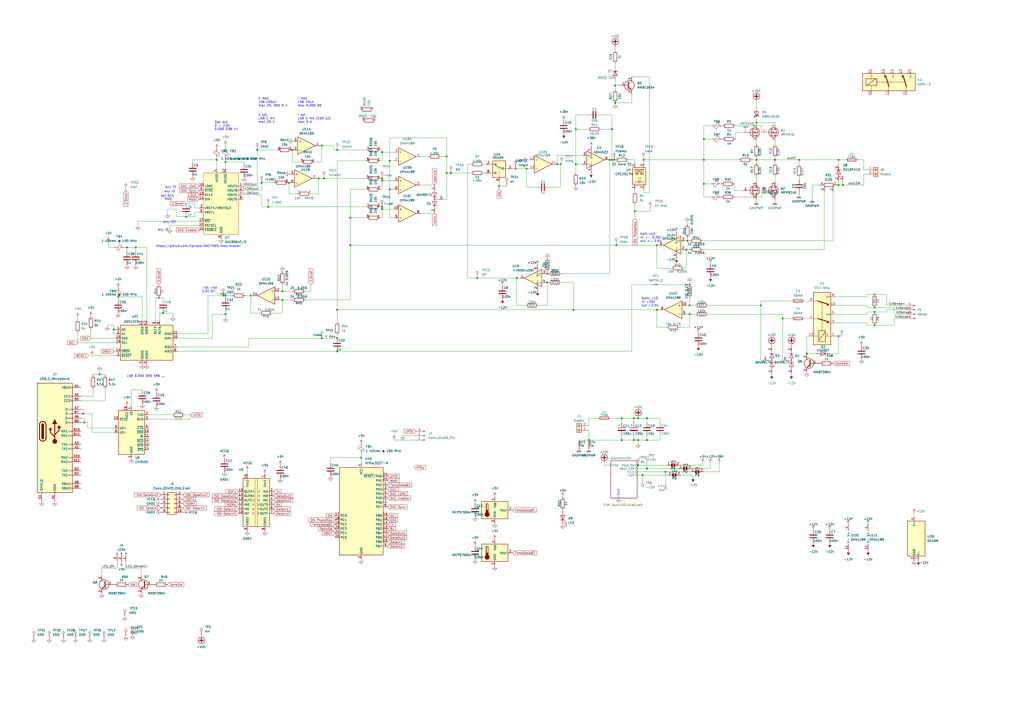
<source format=kicad_sch>
(kicad_sch (version 20231120) (generator "eeschema") (generator_version "8.0")
  (paper "A2")
  (title_block (title "PSLoad") (company "Jannik Schreiber"))
  (junction (at 195.58 196.215))
  (junction (at 463.55 92.71))
  (junction (at 209.55 265.43))
  (junction (at 323.215 95.25))
  (junction (at 398.78 139.7))
  (junction (at 408.305 92.71))
  (junction (at 261.62 100.33))
  (junction (at 354.965 74.93))
  (junction (at 195.58 86.995))
  (junction (at 398.145 144.78))
  (junction (at 259.08 90.805))
  (junction (at 129.54 171.45))
  (junction (at 221.615 120.015))
  (junction (at 78.74 143.51))
  (junction (at 507.365 170.815))
  (junction (at 356.235 92.71))
  (junction (at 356.87 49.53))
  (junction (at 184.785 103.505))
  (junction (at 186.69 84.455))
  (junction (at 454.025 184.785))
  (junction (at 186.69 196.215))
  (junction (at 226.06 93.345))
  (junction (at 195.58 179.705))
  (junction (at 92.075 172.72))
  (junction (at 400.05 165.1))
  (junction (at 486.41 194.945))
  (junction (at 299.085 97.79))
  (junction (at 370.205 255.27))
  (junction (at 317.5 163.83))
  (junction (at 386.08 273.685))
  (junction (at 367.665 242.57))
  (junction (at 408.305 106.68))
  (junction (at 94.615 181.61))
  (junction (at 130.81 182.245))
  (junction (at 467.995 205.105))
  (junction (at 486.41 92.71))
  (junction (at 449.58 92.71))
  (junction (at 107.95 125.73))
  (junction (at 203.2 126.365))
  (junction (at 73.66 143.51))
  (junction (at 48.895 245.11))
  (junction (at 151.765 106.045))
  (junction (at 289.56 107.95))
  (junction (at 226.06 109.855))
  (junction (at 299.72 161.29))
  (junction (at 408.305 80.645))
  (junction (at 375.285 242.57))
  (junction (at 381 179.705))
  (junction (at 438.785 71.12))
  (junction (at 441.325 177.165))
  (junction (at 163.83 173.99))
  (junction (at 334.01 74.93))
  (junction (at 167.64 106.045))
  (junction (at 130.81 93.98))
  (junction (at 276.86 161.29))
  (junction (at 145.415 171.45))
  (junction (at 195.58 203.835))
  (junction (at 48.26 240.03))
  (junction (at 373.38 92.71))
  (junction (at 367.665 255.27))
  (junction (at 507.365 188.595))
  (junction (at 259.08 100.33))
  (junction (at 187.96 103.505))
  (junction (at 368.3 122.555))
  (junction (at 203.2 142.24))
  (junction (at 360.68 242.57))
  (junction (at 357.505 142.24))
  (junction (at 372.745 275.59))
  (junction (at 221.615 104.775))
  (junction (at 66.04 191.135))
  (junction (at 341.63 255.27))
  (junction (at 370.205 242.57))
  (junction (at 400.05 177.165))
  (junction (at 507.365 180.975))
  (junction (at 305.435 97.79))
  (junction (at 356.87 59.69))
  (junction (at 360.68 255.27))
  (junction (at 57.785 217.17))
  (junction (at 353.695 92.71))
  (junction (at 438.785 92.71))
  (junction (at 334.01 95.25))
  (junction (at 375.285 255.27))
  (junction (at 507.365 178.435))
  (junction (at 68.58 172.085))
  (junction (at 155.575 120.015))
  (junction (at 169.545 86.995))
  (junction (at 221.615 88.265))
  (junction (at 221.615 103.505))
  (junction (at 375.285 271.78))
  (junction (at 488.95 107.315))
  (junction (at 149.225 86.995))
  (junction (at 381 142.24))
  (junction (at 221.615 121.285))
  (junction (at 400.05 182.245))
  (junction (at 325.12 95.25))
  (junction (at 370.205 269.875))
  (junction (at 332.74 179.705))
  (junction (at 317.5 158.75))
  (junction (at 125.73 92.71))
  (junction (at 486.41 107.315))
  (junction (at 130.81 171.45))
  (junction (at 163.83 168.91))
  (junction (at 354.965 92.71))
  (wire (pts (xy 273.05 95.25) (xy 271.145 95.25)))
  (wire (pts (xy 151.765 110.49) (xy 140.97 110.49)))
  (wire (pts (xy 294.005 107.95) (xy 289.56 107.95)))
  (wire (pts (xy 52.705 191.135) (xy 52.705 196.215)))
  (wire (pts (xy 243.84 107.315) (xy 252.095 107.315)))
  (wire (pts (xy 412.75 106.68) (xy 408.305 106.68)))
  (wire (pts (xy 183.515 103.505) (xy 184.785 103.505)))
  (wire (pts (xy 46.99 232.41) (xy 60.96 232.41)))
  (wire (pts (xy 243.84 90.805) (xy 248.285 90.805)))
  (wire (pts (xy 394.335 189.865) (xy 400.05 189.865)))
  (wire (pts (xy 438.785 102.235) (xy 438.785 105.41)))
  (wire (pts (xy 184.785 112.395) (xy 184.785 103.505)))
  (wire (pts (xy 151.765 113.03) (xy 140.97 113.03)))
  (wire (pts (xy 130.81 182.245) (xy 130.81 184.15)))
  (wire (pts (xy 149.225 107.95) (xy 140.97 107.95)))
  (wire (pts (xy 53.975 229.87) (xy 53.975 225.425)))
  (wire (pts (xy 466.725 174.625) (xy 469.265 174.625)))
  (wire (pts (xy 348.615 74.93) (xy 354.965 74.93)))
  (wire (pts (xy 221.615 103.505) (xy 221.615 104.775)))
  (wire (pts (xy 149.225 86.995) (xy 149.225 107.95)))
  (wire (pts (xy 400.05 182.245) (xy 398.145 182.245)))
  (wire (pts (xy 401.955 275.59) (xy 401.955 276.86)))
  (wire (pts (xy 161.925 168.91) (xy 163.83 168.91)))
  (wire (pts (xy 381 179.705) (xy 382.905 179.705)))
  (wire (pts (xy 67.945 329.565) (xy 59.055 329.565)))
  (wire (pts (xy 50.8 245.11) (xy 48.895 245.11)))
  (wire (pts (xy 221.615 121.285) (xy 221.615 126.365)))
  (wire (pts (xy 60.96 217.805) (xy 60.96 217.17)))
  (wire (pts (xy 289.56 107.95) (xy 289.56 109.855)))
  (wire (pts (xy 353.695 92.71) (xy 353.06 92.71)))
  (wire (pts (xy 325.755 158.75) (xy 353.695 158.75)))
  (wire (pts (xy 317.5 177.165) (xy 317.5 163.83)))
  (wire (pts (xy 113.03 120.65) (xy 115.57 120.65)))
  (wire (pts (xy 209.55 265.43) (xy 209.55 268.605)))
  (wire (pts (xy 486.41 205.105) (xy 486.41 194.945)))
  (wire (pts (xy 501.015 100.965) (xy 502.92 100.965)))
  (wire (pts (xy 177.165 173.99) (xy 203.2 173.99)))
  (wire (pts (xy 376.555 44.45) (xy 376.555 111.76)))
  (wire (pts (xy 53.34 250.825) (xy 53.34 240.03)))
  (wire (pts (xy 130.81 180.34) (xy 130.81 182.245)))
  (wire (pts (xy 221.615 104.775) (xy 221.615 109.855)))
  (wire (pts (xy 467.995 205.74) (xy 467.995 205.105)))
  (wire (pts (xy 466.725 184.785) (xy 469.265 184.785)))
  (wire (pts (xy 408.305 114.3) (xy 408.305 106.68)))
  (wire (pts (xy 334.01 74.93) (xy 334.01 95.25)))
  (wire (pts (xy 130.81 93.98) (xy 130.81 97.79)))
  (wire (pts (xy 370.205 242.57) (xy 375.285 242.57)))
  (wire (pts (xy 149.225 86.995) (xy 161.29 86.995)))
  (wire (pts (xy 191.77 265.43) (xy 209.55 265.43)))
  (wire (pts (xy 353.695 158.75) (xy 353.695 92.71)))
  (wire (pts (xy 52.705 196.215) (xy 67.31 196.215)))
  (wire (pts (xy 316.865 163.83) (xy 317.5 163.83)))
  (wire (pts (xy 50.8 248.285) (xy 50.8 245.11)))
  (wire (pts (xy 145.415 171.45) (xy 146.685 171.45)))
  (wire (pts (xy 90.17 172.72) (xy 90.17 186.055)))
  (wire (pts (xy 73.66 143.51) (xy 73.66 146.05)))
  (wire (pts (xy 46.99 237.49) (xy 48.26 237.49)))
  (wire (pts (xy 129.54 171.45) (xy 130.81 171.45)))
  (wire (pts (xy 377.19 121.285) (xy 377.19 122.555)))
  (wire (pts (xy 467.995 205.105) (xy 467.995 194.945)))
  (wire (pts (xy 449.58 81.915) (xy 449.58 83.82)))
  (wire (pts (xy 174.625 93.98) (xy 169.545 93.98)))
  (wire (pts (xy 386.08 273.685) (xy 400.685 273.685)))
  (wire (pts (xy 113.03 125.73) (xy 113.03 123.19)))
  (wire (pts (xy 369.57 273.685) (xy 386.08 273.685)))
  (wire (pts (xy 488.95 107.315) (xy 501.015 107.315)))
  (wire (pts (xy 80.01 128.27) (xy 115.57 128.27)))
  (wire (pts (xy 483.235 111.125) (xy 483.235 139.7)))
  (wire (pts (xy 169.545 93.98) (xy 169.545 86.995)))
  (wire (pts (xy 59.055 329.565) (xy 59.055 334.01)))
  (wire (pts (xy 403.225 177.165) (xy 400.05 177.165)))
  (wire (pts (xy 220.345 103.505) (xy 221.615 103.505)))
  (wire (pts (xy 226.06 109.855) (xy 228.6 109.855)))
  (wire (pts (xy 221.615 104.775) (xy 228.6 104.775)))
  (wire (pts (xy 373.38 92.71) (xy 408.305 92.71)))
  (wire (pts (xy 67.945 325.755) (xy 67.945 329.565)))
  (wire (pts (xy 306.07 92.71) (xy 307.34 92.71)))
  (wire (pts (xy 488.95 104.775) (xy 488.95 107.315)))
  (wire (pts (xy 447.675 200.66) (xy 447.675 201.295)))
  (wire (pts (xy 438.785 71.12) (xy 438.785 71.755)))
  (wire (pts (xy 312.42 177.165) (xy 317.5 177.165)))
  (wire (pts (xy 369.57 275.59) (xy 372.745 275.59)))
  (wire (pts (xy 144.145 196.215) (xy 186.69 196.215)))
  (wire (pts (xy 502.92 188.595) (xy 507.365 188.595)))
  (wire (pts (xy 368.3 109.855) (xy 368.3 111.125)))
  (wire (pts (xy 169.545 86.995) (xy 170.18 86.995)))
  (wire (pts (xy 169.545 86.995) (xy 168.91 86.995)))
  (wire (pts (xy 62.865 143.51) (xy 66.675 143.51)))
  (wire (pts (xy 417.195 268.605) (xy 417.195 273.685)))
  (wire (pts (xy 48.26 237.49) (xy 48.26 240.03)))
  (wire (pts (xy 94.615 172.72) (xy 94.615 173.99)))
  (wire (pts (xy 102.235 121.285) (xy 102.235 125.73)))
  (wire (pts (xy 356.87 59.69) (xy 356.87 60.325)))
  (wire (pts (xy 155.575 120.015) (xy 212.725 120.015)))
  (wire (pts (xy 151.765 106.045) (xy 159.385 106.045)))
  (wire (pts (xy 484.505 187.325) (xy 502.92 187.325)))
  (wire (pts (xy 85.09 143.51) (xy 78.74 143.51)))
  (wire (pts (xy 514.35 170.815) (xy 507.365 170.815)))
  (wire (pts (xy 449.58 116.84) (xy 449.58 115.57)))
  (wire (pts (xy 98.425 132.715) (xy 98.425 130.81)))
  (wire (pts (xy 485.775 107.315) (xy 486.41 107.315)))
  (wire (pts (xy 145.415 181.61) (xy 145.415 171.45)))
  (wire (pts (xy 167.005 106.045) (xy 167.64 106.045)))
  (wire (pts (xy 66.04 188.595) (xy 66.04 191.135)))
  (wire (pts (xy 220.345 86.995) (xy 221.615 86.995)))
  (wire (pts (xy 151.765 120.015) (xy 155.575 120.015)))
  (wire (pts (xy 356.87 49.53) (xy 356.87 52.07)))
  (wire (pts (xy 400.05 172.72) (xy 400.05 177.165)))
  (wire (pts (xy 377.19 122.555) (xy 368.3 122.555)))
  (wire (pts (xy 449.58 91.44) (xy 449.58 92.71)))
  (wire (pts (xy 261.62 100.33) (xy 273.05 100.33)))
  (wire (pts (xy 341.63 255.27) (xy 341.63 249.555)))
  (wire (pts (xy 299.085 97.79) (xy 305.435 97.79)))
  (wire (pts (xy 142.24 171.45) (xy 145.415 171.45)))
  (wire (pts (xy 228.6 255.27) (xy 241.3 255.27)))
  (wire (pts (xy 187.96 103.505) (xy 212.725 103.505)))
  (wire (pts (xy 486.41 107.315) (xy 488.95 107.315)))
  (wire (pts (xy 97.155 121.285) (xy 102.235 121.285)))
  (wire (pts (xy 369.57 271.78) (xy 375.285 271.78)))
  (wire (pts (xy 403.225 182.245) (xy 400.05 182.245)))
  (wire (pts (xy 120.65 171.45) (xy 129.54 171.45)))
  (wire (pts (xy 62.865 140.335) (xy 62.865 143.51)))
  (wire (pts (xy 326.39 295.91) (xy 326.39 296.545)))
  (wire (pts (xy 113.03 118.11) (xy 113.03 120.65)))
  (wire (pts (xy 369.57 269.875) (xy 370.205 269.875)))
  (wire (pts (xy 441.96 73.025) (xy 441.96 76.835)))
  (wire (pts (xy 151.765 120.015) (xy 151.765 113.03)))
  (wire (pts (xy 325.12 108.585) (xy 325.12 95.25)))
  (wire (pts (xy 195.58 196.215) (xy 195.58 194.31)))
  (wire (pts (xy 186.69 84.455) (xy 193.675 84.455)))
  (wire (pts (xy 398.78 139.7) (xy 398.78 137.795)))
  (wire (pts (xy 366.395 59.69) (xy 356.87 59.69)))
  (wire (pts (xy 57.785 217.17) (xy 57.785 215.265)))
  (wire (pts (xy 372.745 275.59) (xy 387.35 275.59)))
  (wire (pts (xy 325.12 95.25) (xy 323.215 95.25)))
  (wire (pts (xy 334.01 66.675) (xy 334.01 74.93)))
  (wire (pts (xy 82.55 186.055) (xy 82.55 172.085)))
  (wire (pts (xy 271.145 161.29) (xy 276.86 161.29)))
  (wire (pts (xy 304.8 177.165) (xy 299.72 177.165)))
  (wire (pts (xy 488.315 194.945) (xy 486.41 194.945)))
  (wire (pts (xy 255.905 90.805) (xy 259.08 90.805)))
  (wire (pts (xy 209.55 262.89) (xy 209.55 265.43)))
  (wire (pts (xy 449.58 71.755) (xy 449.58 71.12)))
  (wire (pts (xy 375.285 242.57) (xy 382.905 242.57)))
  (wire (pts (xy 368.3 92.71) (xy 364.49 92.71)))
  (wire (pts (xy 502.92 98.425) (xy 501.015 98.425)))
  (wire (pts (xy 226.06 93.345) (xy 228.6 93.345)))
  (wire (pts (xy 354.965 92.71) (xy 353.695 92.71)))
  (wire (pts (xy 86.36 240.665) (xy 99.695 240.665)))
  (wire (pts (xy 486.41 92.71) (xy 486.41 95.885)))
  (wire (pts (xy 481.33 205.105) (xy 486.41 205.105)))
  (wire (pts (xy 111.76 94.615) (xy 111.76 92.71)))
  (wire (pts (xy 252.095 123.825) (xy 252.095 123.19)))
  (wire (pts (xy 354.965 74.93) (xy 354.965 92.71)))
  (wire (pts (xy 382.905 252.73) (xy 382.905 255.27)))
  (wire (pts (xy 195.58 179.705) (xy 332.74 179.705)))
  (wire (pts (xy 441.325 208.915) (xy 442.595 208.915)))
  (wire (pts (xy 92.71 186.055) (xy 92.71 181.61)))
  (wire (pts (xy 317.5 157.48) (xy 317.5 158.75)))
  (wire (pts (xy 502.92 180.975) (xy 507.365 180.975)))
  (wire (pts (xy 396.875 155.575) (xy 398.145 155.575)))
  (wire (pts (xy 426.085 110.49) (xy 426.085 106.68)))
  (wire (pts (xy 407.67 269.875) (xy 394.335 269.875)))
  (wire (pts (xy 341.63 249.555) (xy 340.995 249.555)))
  (wire (pts (xy 233.68 252.73) (xy 241.3 252.73)))
  (wire (pts (xy 289.56 105.41) (xy 289.56 107.95)))
  (wire (pts (xy 454.025 184.785) (xy 454.025 208.915)))
  (wire (pts (xy 471.17 107.315) (xy 471.17 115.57)))
  (wire (pts (xy 502.92 178.435) (xy 502.92 177.165)))
  (wire (pts (xy 67.31 198.755) (xy 45.085 198.755)))
  (wire (pts (xy 66.04 248.285) (xy 50.8 248.285)))
  (wire (pts (xy 85.09 143.51) (xy 85.09 186.055)))
  (wire (pts (xy 186.69 93.98) (xy 186.69 84.455)))
  (wire (pts (xy 447.675 216.535) (xy 447.675 217.17)))
  (wire (pts (xy 356.235 92.71) (xy 356.87 92.71)))
  (wire (pts (xy 360.68 245.11) (xy 360.68 242.57)))
  (wire (pts (xy 220.345 109.855) (xy 221.615 109.855)))
  (wire (pts (xy 141.605 93.98) (xy 130.81 93.98)))
  (wire (pts (xy 82.55 226.695) (xy 82.55 226.06)))
  (wire (pts (xy 400.05 177.165) (xy 398.145 177.165)))
  (wire (pts (xy 81.915 329.565) (xy 81.915 334.01)))
  (wire (pts (xy 502.92 188.595) (xy 502.92 187.325)))
  (wire (pts (xy 102.87 193.675) (xy 120.65 193.675)))
  (wire (pts (xy 297.18 97.79) (xy 299.085 97.79)))
  (wire (pts (xy 368.3 94.615) (xy 368.3 92.71)))
  (wire (pts (xy 48.895 242.57) (xy 48.895 245.11)))
  (wire (pts (xy 454.025 182.245) (xy 454.025 184.785)))
  (wire (pts (xy 398.145 144.78) (xy 398.145 155.575)))
  (wire (pts (xy 441.96 110.49) (xy 441.96 114.3)))
  (wire (pts (xy 463.55 104.14) (xy 463.55 102.87)))
  (wire (pts (xy 317.5 163.83) (xy 318.135 163.83)))
  (wire (pts (xy 381 142.24) (xy 381 155.575)))
  (wire (pts (xy 195.58 186.69) (xy 195.58 179.705)))
  (wire (pts (xy 73.025 325.755) (xy 73.025 329.565)))
  (wire (pts (xy 417.195 273.685) (xy 408.305 273.685)))
  (wire (pts (xy 78.74 143.51) (xy 73.66 143.51)))
  (wire (pts (xy 332.74 163.83) (xy 332.74 179.705)))
  (wire (pts (xy 375.285 271.78) (xy 393.7 271.78)))
  (wire (pts (xy 401.32 271.78) (xy 412.115 271.78)))
  (wire (pts (xy 163.83 173.99) (xy 169.545 173.99)))
  (wire (pts (xy 514.35 177.165) (xy 514.35 170.815)))
  (wire (pts (xy 438.785 116.84) (xy 438.785 115.57)))
  (wire (pts (xy 397.51 139.7) (xy 398.78 139.7)))
  (wire (pts (xy 502.92 170.815) (xy 502.92 172.085)))
  (wire (pts (xy 193.675 84.455) (xy 193.675 86.995)))
  (wire (pts (xy 177.165 168.91) (xy 180.34 168.91)))
  (wire (pts (xy 325.755 163.83) (xy 332.74 163.83)))
  (wire (pts (xy 120.65 193.675) (xy 120.65 171.45)))
  (wire (pts (xy 438.785 81.915) (xy 438.785 83.82)))
  (wire (pts (xy 459.105 216.535) (xy 459.105 217.17)))
  (wire (pts (xy 191.77 268.605) (xy 191.77 265.43)))
  (wire (pts (xy 195.58 179.705) (xy 195.58 93.345)))
  (wire (pts (xy 398.78 128.905) (xy 398.78 130.175)))
  (wire (pts (xy 125.73 91.44) (xy 125.73 92.71)))
  (wire (pts (xy 180.34 165.1) (xy 180.34 168.91)))
  (wire (pts (xy 195.58 86.995) (xy 212.725 86.995)))
  (wire (pts (xy 341.63 255.27) (xy 360.68 255.27)))
  (wire (pts (xy 57.785 217.17) (xy 60.96 217.17)))
  (wire (pts (xy 350.52 268.605) (xy 350.52 269.875)))
  (wire (pts (xy 436.245 92.71) (xy 438.785 92.71)))
  (wire (pts (xy 530.225 297.815) (xy 530.225 299.72)))
  (wire (pts (xy 413.385 80.645) (xy 408.305 80.645)))
  (wire (pts (xy 186.69 196.215) (xy 195.58 196.215)))
  (wire (pts (xy 259.08 100.33) (xy 261.62 100.33)))
  (wire (pts (xy 143.51 274.955) (xy 143.51 273.05)))
  (wire (pts (xy 195.58 93.345) (xy 212.725 93.345)))
  (wire (pts (xy 102.87 196.215) (xy 123.19 196.215)))
  (wire (pts (xy 66.04 193.675) (xy 66.04 191.135)))
  (wire (pts (xy 163.83 168.91) (xy 169.545 168.91)))
  (wire (pts (xy 86.36 243.205) (xy 110.49 243.205)))
  (wire (pts (xy 376.555 111.76) (xy 373.38 111.76)))
  (wire (pts (xy 502.92 178.435) (xy 507.365 178.435)))
  (wire (pts (xy 259.08 90.805) (xy 259.08 100.33)))
  (wire (pts (xy 501.015 107.315) (xy 501.015 100.965)))
  (wire (pts (xy 463.55 92.71) (xy 486.41 92.71)))
  (wire (pts (xy 525.78 177.165) (xy 514.35 177.165)))
  (wire (pts (xy 325.12 95.25) (xy 325.755 95.25)))
  (wire (pts (xy 484.505 182.245) (xy 502.92 182.245)))
  (wire (pts (xy 370.205 255.27) (xy 375.285 255.27)))
  (wire (pts (xy 367.665 242.57) (xy 367.665 245.11)))
  (wire (pts (xy 484.505 172.085) (xy 502.92 172.085)))
  (wire (pts (xy 518.795 184.785) (xy 518.795 188.595)))
  (wire (pts (xy 348.615 66.675) (xy 354.965 66.675)))
  (wire (pts (xy 417.83 106.68) (xy 418.465 106.68)))
  (wire (pts (xy 407.67 144.78) (xy 478.155 144.78)))
  (wire (pts (xy 82.55 226.06) (xy 76.2 226.06)))
  (wire (pts (xy 449.58 102.235) (xy 449.58 105.41)))
  (wire (pts (xy 316.865 158.75) (xy 317.5 158.75)))
  (wire (pts (xy 367.665 242.57) (xy 370.205 242.57)))
  (wire (pts (xy 203.2 126.365) (xy 203.2 109.855)))
  (wire (pts (xy 318.77 108.585) (xy 325.12 108.585)))
  (wire (pts (xy 366.395 44.45) (xy 376.555 44.45)))
  (wire (pts (xy 220.345 93.345) (xy 221.615 93.345)))
  (wire (pts (xy 412.115 271.78) (xy 412.115 268.605)))
  (wire (pts (xy 373.38 94.615) (xy 373.38 92.71)))
  (wire (pts (xy 110.49 240.665) (xy 107.315 240.665)))
  (wire (pts (xy 62.23 189.23) (xy 62.23 188.595)))
  (wire (pts (xy 417.83 114.3) (xy 418.465 114.3)))
  (wire (pts (xy 375.285 242.57) (xy 375.285 245.11)))
  (wire (pts (xy 337.82 90.17) (xy 323.215 90.17)))
  (wire (pts (xy 463.55 113.03) (xy 463.55 111.76)))
  (wire (pts (xy 418.465 80.645) (xy 419.1 80.645)))
  (wire (pts (xy 375.285 268.605) (xy 375.285 271.78)))
  (wire (pts (xy 163.83 181.61) (xy 163.83 173.99)))
  (wire (pts (xy 398.145 144.78) (xy 400.05 144.78)))
  (wire (pts (xy 354.33 242.57) (xy 360.68 242.57)))
  (wire (pts (xy 193.675 86.995) (xy 195.58 86.995)))
  (wire (pts (xy 62.23 188.595) (xy 66.04 188.595)))
  (wire (pts (xy 78.74 146.05) (xy 78.74 143.51)))
  (wire (pts (xy 259.08 115.57) (xy 257.175 115.57)))
  (wire (pts (xy 488.315 194.31) (xy 488.315 194.945)))
  (wire (pts (xy 130.81 172.72) (xy 130.81 171.45)))
  (wire (pts (xy 203.2 109.855) (xy 212.725 109.855)))
  (wire (pts (xy 203.2 173.99) (xy 203.2 142.24)))
  (wire (pts (xy 438.785 69.85) (xy 438.785 71.12)))
  (wire (pts (xy 438.785 92.71) (xy 438.785 94.615)))
  (wire (pts (xy 400.05 163.83) (xy 400.05 165.1)))
  (wire (pts (xy 98.425 130.81) (xy 115.57 130.81)))
  (wire (pts (xy 155.575 119.38) (xy 155.575 120.015)))
  (wire (pts (xy 66.04 250.825) (xy 53.34 250.825)))
  (wire (pts (xy 130.81 171.45) (xy 134.62 171.45)))
  (wire (pts (xy 130.81 91.44) (xy 130.81 93.98)))
  (wire (pts (xy 525.78 182.245) (xy 518.795 182.245)))
  (wire (pts (xy 271.145 95.25) (xy 271.145 161.29)))
  (wire (pts (xy 438.785 92.71) (xy 449.58 92.71)))
  (wire (pts (xy 53.975 217.17) (xy 57.785 217.17)))
  (wire (pts (xy 125.73 92.71) (xy 125.73 97.79)))
  (wire (pts (xy 386.08 280.035) (xy 386.08 273.685)))
  (wire (pts (xy 366.395 165.1) (xy 377.825 165.1)))
  (wire (pts (xy 408.305 73.025) (xy 408.305 80.645)))
  (wire (pts (xy 373.38 111.76) (xy 373.38 109.855)))
  (wire (pts (xy 375.285 252.73) (xy 375.285 255.27)))
  (wire (pts (xy 366.395 54.61) (xy 366.395 59.69)))
  (wire (pts (xy 341.63 247.015) (xy 340.995 247.015)))
  (wire (pts (xy 67.31 193.675) (xy 66.04 193.675)))
  (wire (pts (xy 368.3 122.555) (xy 368.3 127)))
  (wire (pts (xy 370.205 255.27) (xy 367.665 255.27)))
  (wire (pts (xy 356.87 46.355) (xy 356.87 49.53)))
  (wire (pts (xy 53.34 240.03) (xy 48.26 240.03)))
  (wire (pts (xy 123.19 182.245) (xy 130.81 182.245)))
  (wire (pts (xy 280.67 100.33) (xy 281.94 100.33)))
  (wire (pts (xy 501.015 92.71) (xy 497.84 92.71)))
  (wire (pts (xy 518.795 182.245) (xy 518.795 178.435)))
  (wire (pts (xy 467.995 194.945) (xy 469.265 194.945)))
  (wire (pts (xy 410.845 182.245) (xy 454.025 182.245)))
  (wire (pts (xy 449.58 92.71) (xy 463.55 92.71)))
  (wire (pts (xy 354.965 66.675) (xy 354.965 74.93)))
  (wire (pts (xy 431.165 76.835) (xy 426.72 76.835)))
  (wire (pts (xy 180.34 112.395) (xy 184.785 112.395)))
  (wire (pts (xy 150.495 181.61) (xy 145.415 181.61)))
  (wire (pts (xy 502.92 182.245) (xy 502.92 180.975)))
  (wire (pts (xy 340.995 66.675) (xy 334.01 66.675)))
  (wire (pts (xy 334.01 95.25) (xy 337.82 95.25)))
  (wire (pts (xy 386.715 189.865) (xy 381 189.865)))
  (wire (pts (xy 102.87 203.835) (xy 195.58 203.835)))
  (wire (pts (xy 113.03 123.19) (xy 115.57 123.19)))
  (wire (pts (xy 73.025 329.565) (xy 81.915 329.565)))
  (wire (pts (xy 382.905 242.57) (xy 382.905 245.11)))
  (wire (pts (xy 350.52 269.875) (xy 354.33 269.875)))
  (wire (pts (xy 340.995 74.93) (xy 334.01 74.93)))
  (wire (pts (xy 226.06 126.365) (xy 228.6 126.365)))
  (wire (pts (xy 167.64 106.045) (xy 168.275 106.045)))
  (wire (pts (xy 100.33 183.515) (xy 100.33 181.61)))
  (wire (pts (xy 311.15 108.585) (xy 305.435 108.585)))
  (wire (pts (xy 276.86 161.29) (xy 299.72 161.29)))
  (wire (pts (xy 334.01 95.25) (xy 334.01 100.33)))
  (wire (pts (xy 486.41 194.945) (xy 484.505 194.945)))
  (wire (pts (xy 102.87 201.295) (xy 144.145 201.295)))
  (wire (pts (xy 357.505 142.24) (xy 381 142.24)))
  (wire (pts (xy 46.99 242.57) (xy 48.895 242.57)))
  (wire (pts (xy 167.64 112.395) (xy 172.72 112.395)))
  (wire (pts (xy 367.665 252.73) (xy 367.665 255.27)))
  (wire (pts (xy 66.04 191.135) (xy 67.31 191.135)))
  (wire (pts (xy 203.2 142.24) (xy 357.505 142.24)))
  (wire (pts (xy 335.915 255.27) (xy 341.63 255.27)))
  (wire (pts (xy 141.605 95.25) (xy 141.605 93.98)))
  (wire (pts (xy 463.55 92.71) (xy 463.55 95.25)))
  (wire (pts (xy 367.665 255.27) (xy 360.68 255.27)))
  (wire (pts (xy 360.68 242.57) (xy 367.665 242.57)))
  (wire (pts (xy 372.745 278.13) (xy 372.745 275.59)))
  (wire (pts (xy 195.58 203.835) (xy 366.395 203.835)))
  (wire (pts (xy 158.115 181.61) (xy 163.83 181.61)))
  (wire (pts (xy 92.71 181.61) (xy 94.615 181.61)))
  (wire (pts (xy 45.085 193.04) (xy 45.085 198.755)))
  (wire (pts (xy 71.755 143.51) (xy 73.66 143.51)))
  (wire (pts (xy 501.015 98.425) (xy 501.015 92.71)))
  (wire (pts (xy 221.615 120.015) (xy 221.615 121.285)))
  (wire (pts (xy 220.345 126.365) (xy 221.615 126.365)))
  (wire (pts (xy 305.435 97.79) (xy 307.34 97.79)))
  (wire (pts (xy 110.49 243.205) (xy 110.49 240.665)))
  (wire (pts (xy 53.34 206.375) (xy 67.31 206.375)))
  (wire (pts (xy 410.845 177.165) (xy 441.325 177.165)))
  (wire (pts (xy 370.205 255.27) (xy 370.205 257.175)))
  (wire (pts (xy 478.155 111.125) (xy 478.155 144.78)))
  (wire (pts (xy 259.08 80.01) (xy 259.08 90.805)))
  (wire (pts (xy 184.785 103.505) (xy 187.96 103.505)))
  (wire (pts (xy 317.5 158.75) (xy 318.135 158.75)))
  (wire (pts (xy 220.345 120.015) (xy 221.615 120.015)))
  (wire (pts (xy 486.41 104.775) (xy 486.41 107.315)))
  (wire (pts (xy 381 189.865) (xy 381 179.705)))
  (wire (pts (xy 341.63 242.57) (xy 346.71 242.57)))
  (wire (pts (xy 502.92 177.165) (xy 484.505 177.165)))
  (wire (pts (xy 226.06 80.01) (xy 259.08 80.01)))
  (wire (pts (xy 144.145 201.295) (xy 144.145 196.215)))
  (wire (pts (xy 68.58 172.085) (xy 68.58 173.99)))
  (wire (pts (xy 426.72 76.835) (xy 426.72 80.645)))
  (wire (pts (xy 341.63 247.015) (xy 341.63 242.57)))
  (wire (pts (xy 438.785 59.055) (xy 438.785 62.23)))
  (wire (pts (xy 243.84 123.825) (xy 252.095 123.825)))
  (wire (pts (xy 299.72 161.29) (xy 301.625 161.29)))
  (wire (pts (xy 252.095 107.315) (xy 252.095 107.95)))
  (wire (pts (xy 518.795 178.435) (xy 507.365 178.435)))
  (wire (pts (xy 507.365 170.815) (xy 502.92 170.815)))
  (wire (pts (xy 426.72 73.025) (xy 441.96 73.025)))
  (wire (pts (xy 486.41 92.71) (xy 490.22 92.71)))
  (wire (pts (xy 212.725 126.365) (xy 203.2 126.365)))
  (wire (pts (xy 76.2 226.06) (xy 76.2 235.585)))
  (wire (pts (xy 438.785 91.44) (xy 438.785 92.71)))
  (wire (pts (xy 48.26 240.03) (xy 46.99 240.03)))
  (wire (pts (xy 167.64 112.395) (xy 167.64 106.045)))
  (wire (pts (xy 354.965 92.71) (xy 356.235 92.71)))
  (wire (pts (xy 80.01 128.27) (xy 80.01 130.81)))
  (wire (pts (xy 408.305 92.71) (xy 428.625 92.71)))
  (wire (pts (xy 294.005 107.315) (xy 294.005 107.95)))
  (wire (pts (xy 459.105 200.66) (xy 459.105 201.295)))
  (wire (pts (xy 45.085 185.42) (xy 45.085 184.15)))
  (wire (pts (xy 53.975 217.805) (xy 53.975 217.17)))
  (wire (pts (xy 370.205 269.875) (xy 386.715 269.875)))
  (wire (pts (xy 360.68 252.73) (xy 360.68 255.27)))
  (wire (pts (xy 514.35 180.975) (xy 507.365 180.975)))
  (wire (pts (xy 525.78 184.785) (xy 518.795 184.785)))
  (wire (pts (xy 389.255 155.575) (xy 381 155.575)))
  (wire (pts (xy 226.06 80.01) (xy 226.06 93.345)))
  (wire (pts (xy 401.955 275.59) (xy 394.97 275.59)))
  (wire (pts (xy 400.05 189.865) (xy 400.05 182.245)))
  (wire (pts (xy 412.75 114.3) (xy 408.305 114.3)))
  (wire (pts (xy 356.87 36.83) (xy 356.87 38.735)))
  (wire (pts (xy 299.72 177.165) (xy 299.72 161.29)))
  (wire (pts (xy 407.67 139.7) (xy 483.235 139.7)))
  (wire (pts (xy 518.795 188.595) (xy 507.365 188.595)))
  (wire (pts (xy 82.55 172.085) (xy 68.58 172.085)))
  (wire (pts (xy 102.235 125.73) (xy 107.95 125.73)))
  (wire (pts (xy 408.305 80.645) (xy 408.305 92.71)))
  (wire (pts (xy 226.06 109.855) (xy 226.06 126.365)))
  (wire (pts (xy 441.325 177.165) (xy 441.325 208.915)))
  (wire (pts (xy 67.31 203.835) (xy 66.04 203.835)))
  (wire (pts (xy 226.06 93.345) (xy 226.06 109.855)))
  (wire (pts (xy 221.615 88.265) (xy 228.6 88.265)))
  (wire (pts (xy 467.995 205.105) (xy 473.71 205.105)))
  (wire (pts (xy 221.615 88.265) (xy 221.615 93.345)))
  (wire (pts (xy 426.085 114.3) (xy 441.96 114.3)))
  (wire (pts (xy 418.465 73.025) (xy 419.1 73.025)))
  (wire (pts (xy 92.075 172.72) (xy 94.615 172.72)))
  (wire (pts (xy 259.08 100.33) (xy 259.08 115.57)))
  (wire (pts (xy 441.325 174.625) (xy 459.105 174.625)))
  (wire (pts (xy 161.925 173.99) (xy 163.83 173.99)))
  (wire (pts (xy 514.35 179.705) (xy 514.35 180.975)))
  (wire (pts (xy 525.78 179.705) (xy 514.35 179.705)))
  (wire (pts (xy 281.94 95.25) (xy 280.67 95.25)))
  (wire (pts (xy 332.74 179.705) (xy 381 179.705)))
  (wire (pts (xy 203.2 142.24) (xy 203.2 126.365)))
  (wire (pts (xy 454.025 184.785) (xy 459.105 184.785)))
  (wire (pts (xy 398.78 139.7) (xy 400.05 139.7)))
  (wire (pts (xy 46.99 229.87) (xy 53.975 229.87)))
  (wire (pts (xy 111.76 92.71) (xy 125.73 92.71)))
  (wire (pts (xy 221.615 86.995) (xy 221.615 88.265)))
  (wire (pts (xy 221.615 121.285) (xy 228.6 121.285)))
  (wire (pts (xy 471.17 107.315) (xy 475.615 107.315)))
  (wire (pts (xy 382.905 255.27) (xy 375.285 255.27)))
  (wire (pts (xy 441.325 174.625) (xy 441.325 177.165)))
  (wire (pts (xy 107.95 125.73) (xy 113.03 125.73)))
  (wire (pts (xy 123.19 196.215) (xy 123.19 182.245)))
  (wire (pts (xy 323.215 90.17) (xy 323.215 95.25)))
  (wire (pts (xy 382.905 165.1) (xy 400.05 165.1)))
  (wire (pts (xy 48.895 245.11) (xy 46.99 245.11)))
  (wire (pts (xy 163.83 168.91) (xy 163.83 165.1)))
  (wire (pts (xy 182.245 93.98) (xy 186.69 93.98)))
  (wire (pts (xy 97.155 123.825) (xy 97.155 121.285)))
  (wire (pts (xy 60.96 232.41) (xy 60.96 225.425)))
  (wire (pts (xy 366.395 203.835) (xy 366.395 165.1)))
  (wire (pts (xy 407.67 268.605) (xy 407.67 269.875)))
  (wire (pts (xy 438.785 71.12) (xy 449.58 71.12)))
  (wire (pts (xy 431.165 110.49) (xy 426.085 110.49)))
  (wire (pts (xy 356.87 27.305) (xy 356.87 29.21)))
  (wire (pts (xy 408.305 92.71) (xy 408.305 106.68)))
  (wire (pts (xy 100.33 181.61) (xy 94.615 181.61)))
  (wire (pts (xy 107.95 118.11) (xy 113.03 118.11)))
  (wire (pts (xy 151.765 106.045) (xy 151.765 110.49)))
  (wire (pts (xy 413.385 73.025) (xy 408.305 73.025)))
  (wire (pts (xy 368.3 118.745) (xy 368.3 122.555)))
  (wire (pts (xy 381 142.24) (xy 382.27 142.24)))
  (wire (pts (xy 186.69 84.455) (xy 185.42 84.455)))
  (wire (pts (xy 305.435 108.585) (xy 305.435 97.79)))
  (wire (pts (xy 90.17 172.72) (xy 92.075 172.72)))
  (wire (pts (xy 323.215 95.25) (xy 322.58 95.25)))
  (wire (pts (xy 356.87 49.53) (xy 358.775 49.53)))
  (wire (pts (xy 397.51 144.78) (xy 398.145 144.78)))
  (wire (pts (xy 449.58 92.71) (xy 449.58 94.615)))
  (wire (pts (xy 130.81 84.455) (xy 130.81 86.36)))
  (text "https://github.com/hallard/DAC7565/tree/master" (at 114.935 142.875 0) (effects (font (size 1.27 1.27))))
  (text "any IO" (at 98.425 111.125 0) (effects (font (size 1.27 1.27))))
  (text "Dac out \n0 - 2,5V\n0,000 038 14" (at 124.46 73.025 0) (effects (font (size 1.27 1.27)) (justify left)))
  (text "LSB 0,000 000 596 ..." (at 84.582 218.186 0) (effects (font (size 1.27 1.27))))
  (text "spi SCK" (at 97.155 113.665 0) (effects (font (size 1.27 1.27))))
  (text "any IO" (at 94.615 133.35 0) (effects (font (size 1.27 1.27))))
  (text "any IO?\n" (at 98.425 128.905 0) (effects (font (size 1.27 1.27))))
  (text "Gain: /10\nin +25V\nout +2,5V" (at 372.11 175.26 0) (effects (font (size 1.27 1.27)) (justify left)))
  (text "MoSi" (at 97.79 115.57 0) (effects (font (size 1.27 1.27))))
  (text "-5A +5A\n2,5V 0V" (at 117.094 168.148 0) (effects (font (size 1.27 1.27)) (justify left)))
  (text "V mes \nLSB 100uV\nmax 25, 000 0 V" (at 149.86 59.309 0) (effects (font (size 1.27 1.27)) (justify left)))
  (text "V set\nLSB 1 mV\nmax 25 V" (at 149.86 68.834 0) (effects (font (size 1.27 1.27)) (justify left)))
  (text "Gain x10\nin +- 0,25V\nout +- 2,5V" (at 371.348 137.922 0) (effects (font (size 1.27 1.27)) (justify left)))
  (text "I mes\nLSB 10uA\nmax 5,000 00" (at 172.72 59.309 0) (effects (font (size 1.27 1.27)) (justify left)))
  (text "any IO" (at 99.06 108.585 0) (effects (font (size 1.27 1.27))))
  (text "I set\nLSB 1 mA (100 uA)\nmax 5 A" (at 172.72 68.834 0) (effects (font (size 1.27 1.27)) (justify left)))
  (label "LED_ON" (at 59.055 329.565 0))
  (label "IntSense+" (at 519.43 182.245 0))
  (label "VDACout" (at 140.97 107.95 0))
  (label "V mes" (at 188.595 196.215 0))
  (label "outLOW" (at 492.125 107.315 0))
  (label "outHi" (at 456.565 92.71 0))
  (label "I mes" (at 125.73 171.45 0))
  (label "I-DACout" (at 140.97 113.03 0))
  (label "ExSense-" (at 519.43 179.705 0))
  (label "IntSense-" (at 518.795 184.785 0))
  (label "I+DACout" (at 140.97 110.49 0))
  (label "LED_SenseEx" (at 73.025 329.565 0))
  (label "ExSense+" (at 515.62 177.165 0))
  (global_label "ON PhotoMos" (shape input) (at 368.3 127 270) (property "Intersheetrefs" "${INTERSHEET_REFS}" (effects (hide yes))))
  (global_label "ISO DataIn1" (shape input) (at 106.045 294.64 0) (property "Intersheetrefs" "${INTERSHEET_REFS}" (effects (hide yes))))
  (global_label "SCK" (shape input) (at 224.79 283.845 0) (property "Intersheetrefs" "${INTERSHEET_REFS}" (effects (hide yes))))
  (global_label "SensSW" (shape input) (at 97.155 339.09 0) (property "Intersheetrefs" "${INTERSHEET_REFS}" (effects (hide yes))))
  (global_label "ISOTx" (shape input) (at 106.045 289.56 0) (property "Intersheetrefs" "${INTERSHEET_REFS}" (effects (hide yes))))
  (global_label "DAC Sync" (shape input) (at 224.79 294.005 0) (property "Intersheetrefs" "${INTERSHEET_REFS}" (effects (hide yes))))
  (global_label "ON" (shape input) (at 289.56 109.855 270) (property "Intersheetrefs" "${INTERSHEET_REFS}" (effects (hide yes))))
  (global_label "ISO DataIn2" (shape input) (at 93.345 294.64 180) (property "Intersheetrefs" "${INTERSHEET_REFS}" (effects (hide yes))))
  (global_label "ISO DataIn2" (shape input) (at 138.43 297.815 180) (property "Intersheetrefs" "${INTERSHEET_REFS}" (effects (hide yes))))
  (global_label "UPDI" (shape input) (at 241.3 250.19 180) (property "Intersheetrefs" "${INTERSHEET_REFS}" (effects (hide yes))))
  (global_label "ISORx" (shape input) (at 138.43 292.735 180) (property "Intersheetrefs" "${INTERSHEET_REFS}" (effects (hide yes))))
  (global_label "ISO DataOut2" (shape input) (at 138.43 290.195 180) (property "Intersheetrefs" "${INTERSHEET_REFS}" (effects (hide yes))))
  (global_label "2,5Vref" (shape input) (at 107.95 118.11 180) (property "Intersheetrefs" "${INTERSHEET_REFS}" (effects (hide yes))))
  (global_label "Isink" (shape input) (at 252.095 123.825 270) (property "Intersheetrefs" "${INTERSHEET_REFS}" (effects (hide yes))))
  (global_label "Tx" (shape input) (at 224.79 304.165 0) (property "Intersheetrefs" "${INTERSHEET_REFS}" (effects (hide yes))))
  (global_label "DataIn2" (shape input) (at 224.79 316.865 0) (property "Intersheetrefs" "${INTERSHEET_REFS}" (effects (hide yes))))
  (global_label "ON" (shape input) (at 74.295 339.09 0) (property "Intersheetrefs" "${INTERSHEET_REFS}" (effects (hide yes))))
  (global_label "DAC Enable" (shape input) (at 224.79 288.925 0) (property "Intersheetrefs" "${INTERSHEET_REFS}" (effects (hide yes))))
  (global_label "RESET" (shape input) (at 51.435 206.375 180) (property "Intersheetrefs" "${INTERSHEET_REFS}" (effects (hide yes))))
  (global_label "ISO DataOut1" (shape input) (at 93.345 287.02 180) (property "Intersheetrefs" "${INTERSHEET_REFS}" (effects (hide yes))))
  (global_label "DataIn1" (shape input) (at 158.75 295.275 0) (property "Intersheetrefs" "${INTERSHEET_REFS}" (effects (hide yes))))
  (global_label "TempData#2" (shape input) (at 224.79 281.305 0) (property "Intersheetrefs" "${INTERSHEET_REFS}" (effects (hide yes))))
  (global_label "ISORx" (shape input) (at 106.045 292.1 0) (property "Intersheetrefs" "${INTERSHEET_REFS}" (effects (hide yes))))
  (global_label "ON PhotoMos" (shape input) (at 194.31 301.625 180) (property "Intersheetrefs" "${INTERSHEET_REFS}" (effects (hide yes))))
  (global_label "TempData#1" (shape input) (at 194.31 304.165 180) (property "Intersheetrefs" "${INTERSHEET_REFS}" (effects (hide yes))))
  (global_label "MoSi" (shape input) (at 224.79 278.765 0) (property "Intersheetrefs" "${INTERSHEET_REFS}" (effects (hide yes))))
  (global_label "SCL" (shape input) (at 45.085 198.755 180) (property "Intersheetrefs" "${INTERSHEET_REFS}" (effects (hide yes))))
  (global_label "Rx" (shape input) (at 158.75 292.735 0) (property "Intersheetrefs" "${INTERSHEET_REFS}" (effects (hide yes))))
  (global_label "2,5Vref" (shape input) (at 73.025 110.49 270) (property "Intersheetrefs" "${INTERSHEET_REFS}" (effects (hide yes))))
  (global_label "MoSi" (shape input) (at 115.57 115.57 180) (property "Intersheetrefs" "${INTERSHEET_REFS}" (effects (hide yes))))
  (global_label "DRDY" (shape input) (at 194.31 309.245 180) (property "Intersheetrefs" "${INTERSHEET_REFS}" (effects (hide yes))))
  (global_label "DataOut1" (shape input) (at 158.75 287.655 0) (property "Intersheetrefs" "${INTERSHEET_REFS}" (effects (hide yes))))
  (global_label "DAC Sync" (shape input) (at 115.57 110.49 180) (property "Intersheetrefs" "${INTERSHEET_REFS}" (effects (hide yes))))
  (global_label "2,5Vref" (shape input) (at 180.34 165.1 90) (property "Intersheetrefs" "${INTERSHEET_REFS}" (effects (hide yes))))
  (global_label "Rx" (shape input) (at 224.79 306.705 0) (property "Intersheetrefs" "${INTERSHEET_REFS}" (effects (hide yes))))
  (global_label "ON" (shape input) (at 194.31 299.085 180) (property "Intersheetrefs" "${INTERSHEET_REFS}" (effects (hide yes))))
  (global_label "Tx" (shape input) (at 158.75 285.115 0) (property "Intersheetrefs" "${INTERSHEET_REFS}" (effects (hide yes))))
  (global_label "TempData#1" (shape input) (at 297.18 295.91 0) (property "Intersheetrefs" "${INTERSHEET_REFS}" (effects (hide yes))))
  (global_label "ISOTx" (shape input) (at 138.43 285.115 180) (property "Intersheetrefs" "${INTERSHEET_REFS}" (effects (hide yes))))
  (global_label "DataOut1" (shape input) (at 224.79 309.245 0) (property "Intersheetrefs" "${INTERSHEET_REFS}" (effects (hide yes))))
  (global_label "TempData#2" (shape input) (at 297.18 320.675 0) (property "Intersheetrefs" "${INTERSHEET_REFS}" (effects (hide yes))))
  (global_label "SDA" (shape input) (at 224.79 301.625 0) (property "Intersheetrefs" "${INTERSHEET_REFS}" (effects (hide yes))))
  (global_label "SCK" (shape input) (at 115.57 113.03 180) (property "Intersheetrefs" "${INTERSHEET_REFS}" (effects (hide yes))))
  (global_label "Isource" (shape input) (at 252.095 107.315 90) (property "Intersheetrefs" "${INTERSHEET_REFS}" (effects (hide yes))))
  (global_label "SensSW" (shape input) (at 483.235 210.82 0) (property "Intersheetrefs" "${INTERSHEET_REFS}" (effects (hide yes))))
  (global_label "ISO DataOut1" (shape input) (at 138.43 287.655 180) (property "Intersheetrefs" "${INTERSHEET_REFS}" (effects (hide yes))))
  (global_label "MiSo" (shape input) (at 240.03 271.145 0) (property "Intersheetrefs" "${INTERSHEET_REFS}" (effects (hide yes))))
  (global_label "UPDI" (shape input) (at 224.79 276.225 0) (property "Intersheetrefs" "${INTERSHEET_REFS}" (effects (hide yes))))
  (global_label "DataOut2" (shape input) (at 224.79 311.785 0) (property "Intersheetrefs" "${INTERSHEET_REFS}" (effects (hide yes))))
  (global_label "DataOut2" (shape input) (at 158.75 290.195 0) (property "Intersheetrefs" "${INTERSHEET_REFS}" (effects (hide yes))))
  (global_label "DataIn2" (shape input) (at 158.75 297.815 0) (property "Intersheetrefs" "${INTERSHEET_REFS}" (effects (hide yes))))
  (global_label "ISO DataIn1" (shape input) (at 138.43 295.275 180) (property "Intersheetrefs" "${INTERSHEET_REFS}" (effects (hide yes))))
  (global_label "SensSW" (shape input) (at 194.31 306.705 180) (property "Intersheetrefs" "${INTERSHEET_REFS}" (effects (hide yes))))
  (global_label "DAC LDAC" (shape input) (at 115.57 107.95 180) (property "Intersheetrefs" "${INTERSHEET_REFS}" (effects (hide yes))))
  (global_label "DAC LDAC" (shape input) (at 224.79 286.385 0) (property "Intersheetrefs" "${INTERSHEET_REFS}" (effects (hide yes))))
  (global_label "DAC Enable" (shape input) (at 115.57 133.35 180) (property "Intersheetrefs" "${INTERSHEET_REFS}" (effects (hide yes))))
  (global_label "DRDY" (shape input) (at 66.04 203.835 180) (property "Intersheetrefs" "${INTERSHEET_REFS}" (effects (hide yes))))
  (global_label "SDA" (shape input) (at 52.705 196.215 180) (property "Intersheetrefs" "${INTERSHEET_REFS}" (effects (hide yes))))
  (global_label "2,5Vref" (shape input) (at 92.075 165.1 90) (property "Intersheetrefs" "${INTERSHEET_REFS}" (effects (hide yes))))
  (global_label "ISO DataOut2" (shape input) (at 106.045 287.02 0) (property "Intersheetrefs" "${INTERSHEET_REFS}" (effects (hide yes))))
  (global_label "DataIn1" (shape input) (at 224.79 314.325 0) (property "Intersheetrefs" "${INTERSHEET_REFS}" (effects (hide yes))))
  (global_label "UPDI" (shape input) (at 110.49 240.665 0) (property "Intersheetrefs" "${INTERSHEET_REFS}" (effects (hide yes))))
  (global_label "SCL" (shape input) (at 224.79 299.085 0) (property "Intersheetrefs" "${INTERSHEET_REFS}" (effects (hide yes))))
  (symbol (lib_id "power:+VDC") (at 370.205 242.57 0) (unit 1)
    (property "Reference" "#PWR042" (effects (hide yes)))
    (property "Value" "+VDC" (at 370.205 236.22 0))
  )
  (symbol (lib_id "Device:Opamp_Quad") (at 177.8 84.455 0) (unit 1)
    (property "Reference" "U11" (at 177.8 74.93 0))
    (property "Value" "OPA4189" (at 177.8 77.47 0))
    (property "Footprint" "Package_SO:SOIC-14_3.9x8.7mm_P1.27mm" (effects (hide yes)))
    (property "Description" "Quad operational amplifier" (effects (hide yes)))
    (property "Sim.Library" "${KICAD7_SYMBOL_DIR}/Simulation_SPICE.sp" (effects (hide yes)))
    (property "Sim.Name" "kicad_builtin_opamp_quad" (effects (hide yes)))
    (property "Sim.Device" "SUBCKT" (effects (hide yes)))
    (property "Sim.Pins" "1=out1 2=in1- 3=in1+ 4=vcc 5=in2+ 6=in2- 7=out2 8=out3 9=in3- 10=in3+ 11=vee 12=in4+ 13=in4- 14=out4" (effects (hide yes)))
  )
  (symbol (lib_id "Connector:TestPoint") (at 73.025 368.935 0) (unit 1)
    (property "Reference" "TP29" (at 75.565 364.3629 0) (effects (justify left)))
    (property "Value" "GND" (at 75.565 366.9029 0) (effects (justify left)))
    (property "Footprint" "Library:SMD Test Point PCWCTE" (effects (hide yes)))
    (property "Description" "test point" (effects (hide yes)))
  )
  (symbol (lib_id "Device:Q_NMOS_GDS") (at 447.04 76.835 0) (unit 1)
    (property "Reference" "Q1" (at 452.755 75.5649 0) (effects (justify left)))
    (property "Value" "IRFP240" (at 452.755 78.1049 0) (effects (justify left)))
    (property "Footprint" "Package_TO_SOT_THT:TO-247-3_Vertical" (effects (hide yes)))
    (property "Description" "N-MOSFET transistor, gate/drain/source" (effects (hide yes)))
  )
  (symbol (lib_id "Connector:TestPoint_Alt") (at 151.765 106.045 0) (unit 1)
    (property "Reference" "TP8" (at 153.67 101.4729 0) (effects (justify left)))
    (property "Value" "I+DAC" (at 153.67 104.0129 0) (effects (justify left)))
    (property "Footprint" "TestPoint:TestPoint_Pad_D1.5mm" (effects (hide yes)))
    (property "Description" "test point (alternative shape)" (effects (hide yes)))
  )
  (symbol (lib_id "Device:R_Pack04_Split") (at 212.725 63.5 90) (unit 4)
    (property "Reference" "RN5" (at 211.4549 61.595 0) (effects (justify left)))
    (property "Value" "10k" (at 213.9949 61.595 0) (effects (justify left)))
    (property "Footprint" "Resistor_SMD:R_Array_Convex_4x0612" (effects (hide yes)))
    (property "Description" "4 resistor network, parallel topology, split" (effects (hide yes)))
  )
  (symbol (lib_id "power:GND") (at 90.805 235.585 0) (unit 1)
    (property "Reference" "#PWR0104" (effects (hide yes)))
    (property "Value" "GND" (effects (hide yes)))
  )
  (symbol (lib_id "Device:R_Pack04_Split") (at 213.995 69.85 90) (unit 3)
    (property "Reference" "RN5" (at 213.36 67.31 90) (effects (justify left)))
    (property "Value" "10k" (at 218.44 67.31 90) (effects (justify left)))
    (property "Footprint" "Resistor_SMD:R_Array_Convex_4x0612" (effects (hide yes)))
    (property "Description" "4 resistor network, parallel topology, split" (effects (hide yes)))
  )
  (symbol (lib_id "Device:C") (at 291.465 169.545 0) (unit 1)
    (property "Reference" "C8" (at 292.1 167.005 0) (effects (justify left)))
    (property "Value" "100n" (at 291.465 172.085 0) (effects (justify left)))
    (property "Footprint" "Capacitor_SMD:C_0603_1608Metric" (effects (hide yes)))
    (property "Description" "Unpolarized capacitor" (effects (hide yes)))
  )
  (symbol (lib_id "Transistor_BJT:MMBT3904") (at 363.855 49.53 0) (unit 1)
    (property "Reference" "Q5" (at 369.57 48.2599 0) (effects (justify left)))
    (property "Value" "MMBT3904" (at 369.57 50.7999 0) (effects (justify left)))
    (property "Footprint" "Package_TO_SOT_SMD:SOT-23-3" (effects (hide yes)))
    (property "Datasheet" "https://www.onsemi.com/pdf/datasheet/pzt3904-d.pdf" (effects (hide yes)))
    (property "Description" "0.2A Ic, 40V Vce, Small Signal NPN Transistor, SOT-23" (effects (hide yes)))
  )
  (symbol (lib_id "Connector:TestPoint_Alt") (at 60.325 370.205 0) (unit 1)
    (property "Reference" "TP12" (at 62.23 365.6329 0) (effects (justify left)))
    (property "Value" "GND" (at 62.23 368.1729 0) (effects (justify left)))
    (property "Footprint" "TestPoint:TestPoint_Pad_D1.5mm" (effects (hide yes)))
    (property "Description" "test point (alternative shape)" (effects (hide yes)))
  )
  (symbol (lib_id "Device:Opamp_Quad") (at 494.665 311.785 0) (unit 5)
    (property "Reference" "U10" (at 493.395 310.5149 0) (effects (justify left)))
    (property "Value" "OPA4189" (at 493.395 313.0549 0) (effects (justify left)))
    (property "Footprint" "Package_SO:SOIC-14_3.9x8.7mm_P1.27mm" (effects (hide yes)))
    (property "Description" "Quad operational amplifier" (effects (hide yes)))
    (property "Sim.Library" "${KICAD7_SYMBOL_DIR}/Simulation_SPICE.sp" (effects (hide yes)))
    (property "Sim.Name" "kicad_builtin_opamp_quad" (effects (hide yes)))
    (property "Sim.Device" "SUBCKT" (effects (hide yes)))
    (property "Sim.Pins" "1=out1 2=in1- 3=in1+ 4=vcc 5=in2+ 6=in2- 7=out2 8=out3 9=in3- 10=in3+ 11=vee 12=in4+ 13=in4- 14=out4" (effects (hide yes)))
  )
  (symbol (lib_id "power:GND1") (at 143.51 307.975 0) (unit 1)
    (property "Reference" "#PWR097" (effects (hide yes)))
    (property "Value" "GND1" (at 143.51 312.42 0))
    (property "Description" "Power symbol creates a global label with name \"GND1\" , ground" (effects (hide yes)))
  )
  (symbol (lib_id "power:GND") (at 287.02 303.53 0) (unit 1)
    (property "Reference" "#PWR066" (effects (hide yes)))
    (property "Value" "GND" (effects (hide yes)))
  )
  (symbol (lib_id "Device:R") (at 356.87 55.88 0) (unit 1)
    (property "Reference" "R27" (at 354.33 55.88 90))
    (property "Value" "10k" (at 359.41 55.88 90))
    (property "Footprint" "Resistor_SMD:R_0603_1608Metric" (effects (hide yes)))
  )
  (symbol (lib_id "power:+36V") (at 327.025 69.85 0) (unit 1)
    (property "Reference" "#PWR035" (effects (hide yes)))
    (property "Value" "+36V" (at 327.025 64.77 0))
    (property "Description" "Power symbol creates a global label with name \"+36V\"" (effects (hide yes)))
  )
  (symbol (lib_id "power:GNDPWR") (at 463.55 113.03 0) (unit 1)
    (property "Reference" "#PWR011" (effects (hide yes)))
    (property "Value" "GNDPWR" (at 463.423 116.84 0))
    (property "Description" "Power symbol creates a global label with name \"GNDPWR\" , global ground" (effects (hide yes)))
  )
  (symbol (lib_id "power:GND") (at 68.58 181.61 0) (unit 1)
    (property "Reference" "#PWR083" (effects (hide yes)))
    (property "Value" "GND" (effects (hide yes)))
  )
  (symbol (lib_id "Device:C") (at 107.95 121.92 0) (unit 1)
    (property "Reference" "C6" (at 108.585 120.015 0) (effects (justify left)))
    (property "Value" "1u" (at 108.585 124.46 0) (effects (justify left)))
    (property "Footprint" "Capacitor_SMD:C_0603_1608Metric" (effects (hide yes)))
    (property "Description" "Unpolarized capacitor" (effects (hide yes)))
  )
  (symbol (lib_id "Connector:TestPoint_Alt") (at 155.575 119.38 0) (unit 1)
    (property "Reference" "TP7" (at 157.48 114.8079 0) (effects (justify left)))
    (property "Value" "I-DAC" (at 157.48 117.3479 0) (effects (justify left)))
    (property "Footprint" "TestPoint:TestPoint_Pad_D1.5mm" (effects (hide yes)))
    (property "Description" "test point (alternative shape)" (effects (hide yes)))
  )
  (symbol (lib_id "Device:Opamp_Quad") (at 236.22 123.825 0) (unit 3)
    (property "Reference" "U10" (at 236.22 113.665 0))
    (property "Value" "OPA4189" (at 236.22 116.205 0))
    (property "Footprint" "Package_SO:SOIC-14_3.9x8.7mm_P1.27mm" (effects (hide yes)))
    (property "Description" "Quad operational amplifier" (effects (hide yes)))
    (property "Sim.Library" "${KICAD7_SYMBOL_DIR}/Simulation_SPICE.sp" (effects (hide yes)))
    (property "Sim.Name" "kicad_builtin_opamp_quad" (effects (hide yes)))
    (property "Sim.Device" "SUBCKT" (effects (hide yes)))
    (property "Sim.Pins" "1=out1 2=in1- 3=in1+ 4=vcc 5=in2+ 6=in2- 7=out2 8=out3 9=in3- 10=in3+ 11=vee 12=in4+ 13=in4- 14=out4" (effects (hide yes)))
  )
  (symbol (lib_id "Device:R") (at 334.01 104.14 180) (unit 1)
    (property "Reference" "R10" (at 335.915 103.505 0) (effects (justify right)))
    (property "Value" "10k" (at 335.915 106.045 0) (effects (justify right)))
    (property "Footprint" "Resistor_SMD:R_0603_1608Metric" (effects (hide yes)))
  )
  (symbol (lib_id "Device:NetTie_2") (at 380.365 165.1 0) (unit 1) (in_bom no)
    (property "Reference" "NT1" (at 380.365 160.02 0))
    (property "Value" "NetTie_2" (at 380.365 162.56 0))
    (property "Footprint" "NetTie:NetTie-2_SMD_Pad0.5mm" (effects (hide yes)))
    (property "Description" "Net tie, 2 pins" (effects (hide yes)))
  )
  (symbol (lib_id "Device:FerriteBead_Small") (at 209.55 260.35 0) (unit 1)
    (property "Reference" "FB1" (at 212.09 259.0418 0) (effects (justify left)))
    (property "Value" "1 kOhms @ 100 MHz" (at 212.09 261.5818 0) (effects (justify left)))
    (property "Footprint" "Inductor_SMD:L_0603_1608Metric" (effects (hide yes)))
    (property "Description" "Ferrite bead, small symbol" (effects (hide yes)))
  )
  (symbol (lib_id "power:GND") (at 398.78 128.905 180) (unit 1)
    (property "Reference" "#PWR014" (effects (hide yes)))
    (property "Value" "GND" (effects (hide yes)))
  )
  (symbol (lib_id "Jumper:SolderJumper_2_Open") (at 391.16 275.59 0) (unit 1)
    (property "Reference" "JP5" (at 391.16 273.685 0))
    (property "Value" "PW" (at 391.16 277.495 0))
    (property "Footprint" "Jumper:SolderJumper-2_P1.3mm_Open_RoundedPad1.0x1.5mm" (effects (hide yes)))
    (property "Description" "Solder Jumper, 2-pole, open" (effects (hide yes)))
  )
  (symbol (lib_name "+5V_1") (lib_id "power:+5V") (at 45.085 184.15 0) (unit 1)
    (property "Reference" "#PWR0137" (effects (hide yes)))
    (property "Value" "+5V" (at 45.085 179.07 0))
    (property "Description" "Power symbol creates a global label with name \"+5V\"" (effects (hide yes)))
  )
  (symbol (lib_id "Connector:TestPoint") (at 76.835 368.3 0) (unit 1)
    (property "Reference" "TP1" (at 79.375 363.7279 0) (effects (justify left)))
    (property "Value" "GND" (at 79.375 366.2679 0) (effects (justify left)))
    (property "Footprint" "Library:SMD Test Point PCWCTE" (effects (hide yes)))
    (property "Description" "test point" (effects (hide yes)))
  )
  (symbol (lib_id "Device:R") (at 449.58 87.63 0) (unit 1)
    (property "Reference" "R16" (at 447.04 87.63 90))
    (property "Value" "0.05" (at 451.485 88.265 90))
    (property "Footprint" "Resistor_SMD:R_2512_6332Metric" (effects (hide yes)))
  )
  (symbol (lib_id "Device:C") (at 191.77 272.415 0) (unit 1)
    (property "Reference" "C40" (at 192.405 269.875 0) (effects (justify left)))
    (property "Value" "100n" (at 191.77 274.955 0) (effects (justify left)))
    (property "Footprint" "Capacitor_SMD:C_0603_1608Metric" (effects (hide yes)))
    (property "Description" "Unpolarized capacitor" (effects (hide yes)))
  )
  (symbol (lib_id "power:+VDC") (at 350.52 268.605 0) (unit 1)
    (property "Reference" "#PWR053" (effects (hide yes)))
    (property "Value" "+VDC" (at 350.52 262.255 0))
  )
  (symbol (lib_id "Connector:TestPoint_Alt") (at 195.58 86.995 0) (unit 1)
    (property "Reference" "TP10" (at 198.12 82.4229 0) (effects (justify left)))
    (property "Value" "Vcontr" (at 198.12 84.9629 0) (effects (justify left)))
    (property "Footprint" "TestPoint:TestPoint_Pad_D1.5mm" (effects (hide yes)))
    (property "Description" "test point (alternative shape)" (effects (hide yes)))
  )
  (symbol (lib_name "+5V_1") (lib_id "power:+5V") (at 153.67 274.955 0) (unit 1)
    (property "Reference" "#PWR094" (effects (hide yes)))
    (property "Value" "+5V" (at 153.67 269.875 0))
    (property "Description" "Power symbol creates a global label with name \"+5V\"" (effects (hide yes)))
  )
  (symbol (lib_name "DG419xY_1") (lib_id "Analog_Switch:DG419xY") (at 289.56 95.25 0) (mirror y) (unit 1)
    (property "Reference" "U2" (at 290.195 89.535 0) (effects (justify left)))
    (property "Value" "DG469" (at 292.1 91.44 0) (effects (justify left)))
    (property "Footprint" "Package_SO:SOIC-8_3.9x4.9mm_P1.27mm" (effects (hide yes)))
    (property "Datasheet" "https://datasheets.maximintegrated.com/en/ds/DG417-DG419.pdf" (effects (hide yes)))
  )
  (symbol (lib_id "power:-12V") (at 503.555 319.405 180) (unit 1)
    (property "Reference" "#PWR06" (effects (hide yes)))
    (property "Value" "-12V" (at 503.555 324.485 0))
  )
  (symbol (lib_id "Device:C") (at 275.59 320.675 0) (unit 1)
    (property "Reference" "C44" (at 276.225 318.135 0) (effects (justify left)))
    (property "Value" "100n" (at 275.59 323.215 0) (effects (justify left)))
    (property "Footprint" "Capacitor_SMD:C_0603_1608Metric" (effects (hide yes)))
    (property "Description" "Unpolarized capacitor" (effects (hide yes)))
  )
  (symbol (lib_id "Device:R") (at 138.43 171.45 90) (unit 1)
    (property "Reference" "R33" (at 138.43 165.1 90))
    (property "Value" "1k" (at 138.43 167.64 90))
    (property "Footprint" "Resistor_SMD:R_0603_1608Metric" (effects (hide yes)))
  )
  (symbol (lib_id "power:GND") (at 19.685 370.205 0) (unit 1)
    (property "Reference" "#PWR0132" (effects (hide yes)))
    (property "Value" "GND" (effects (hide yes)))
  )
  (symbol (lib_id "Device:C") (at 130.81 176.53 0) (unit 1)
    (property "Reference" "C32" (at 131.445 173.99 0) (effects (justify left)))
    (property "Value" "1u" (at 130.81 179.07 0) (effects (justify left)))
    (property "Footprint" "Capacitor_SMD:C_0603_1608Metric" (effects (hide yes)))
    (property "Description" "Unpolarized capacitor" (effects (hide yes)))
  )
  (symbol (lib_id "Device:R") (at 422.275 114.3 270) (unit 1)
    (property "Reference" "R36" (at 422.275 111.76 90))
    (property "Value" "1k" (at 422.275 116.84 90))
    (property "Footprint" "Resistor_SMD:R_0603_1608Metric" (effects (hide yes)))
  )
  (symbol (lib_id "Device:Opamp_Quad") (at 390.525 179.705 0) (mirror y) (unit 3)
    (property "Reference" "U11" (at 390.525 170.18 0))
    (property "Value" "OPA4189" (at 390.525 172.72 0))
    (property "Footprint" "Package_SO:SOIC-14_3.9x8.7mm_P1.27mm" (effects (hide yes)))
    (property "Description" "Quad operational amplifier" (effects (hide yes)))
    (property "Sim.Library" "${KICAD7_SYMBOL_DIR}/Simulation_SPICE.sp" (effects (hide yes)))
    (property "Sim.Name" "kicad_builtin_opamp_quad" (effects (hide yes)))
    (property "Sim.Device" "SUBCKT" (effects (hide yes)))
    (property "Sim.Pins" "1=out1 2=in1- 3=in1+ 4=vcc 5=in2+ 6=in2- 7=out2 8=out3 9=in3- 10=in3+ 11=vee 12=in4+ 13=in4- 14=out4" (effects (hide yes)))
  )
  (symbol (lib_id "power:GND") (at 59.055 344.17 0) (unit 1)
    (property "Reference" "#PWR064" (effects (hide yes)))
    (property "Value" "GND" (effects (hide yes)))
  )
  (symbol (lib_id "Device:R") (at 400.05 168.91 180) (unit 1)
    (property "Reference" "R20" (at 400.05 168.91 90))
    (property "Value" "10k 0,1%" (at 398.145 168.91 90))
    (property "Footprint" "Resistor_SMD:R_0603_1608Metric" (effects (hide yes)))
  )
  (symbol (lib_id "power:+VDC") (at 116.84 368.3 180) (unit 1)
    (property "Reference" "#PWR0105" (effects (hide yes)))
    (property "Value" "+VDC" (at 116.84 375.285 0))
  )
  (symbol (lib_id "Device:FerriteBead_Small") (at 415.925 73.025 90) (unit 1)
    (property "Reference" "FB6" (at 415.925 70.485 90))
    (property "Value" "1 kOhms @ 100 MHz" (effects (hide yes)))
    (property "Footprint" "Inductor_SMD:L_0603_1608Metric" (effects (hide yes)))
    (property "Description" "Ferrite bead, small symbol" (effects (hide yes)))
  )
  (symbol (lib_id "power:-12V") (at 412.115 160.655 180) (unit 1)
    (property "Reference" "#PWR034" (effects (hide yes)))
    (property "Value" "-12V" (at 412.115 165.735 0))
  )
  (symbol (lib_id "Device:C_Polarized") (at 367.665 248.92 0) (unit 1)
    (property "Reference" "C12" (at 368.3 247.015 0) (effects (justify left)))
    (property "Value" "100u" (at 368.3 251.46 0) (effects (justify left)))
    (property "Footprint" "Capacitor_SMD:CP_Elec_8x10.5" (effects (hide yes)))
    (property "Description" "Polarized capacitor" (effects (hide yes)))
  )
  (symbol (lib_id "Device:C") (at 68.58 177.8 0) (unit 1)
    (property "Reference" "C36" (at 69.215 175.26 0) (effects (justify left)))
    (property "Value" "100n" (at 68.58 180.34 0) (effects (justify left)))
    (property "Footprint" "Capacitor_SMD:C_0603_1608Metric" (effects (hide yes)))
    (property "Description" "Unpolarized capacitor" (effects (hide yes)))
  )
  (symbol (lib_id "Relay:G2RL-2") (at 515.62 47.625 0) (unit 1)
    (property "Reference" "K2" (at 532.13 46.3549 0) (effects (justify left)))
    (property "Value" "G2RL-2" (at 532.13 48.8949 0) (effects (justify left)))
    (property "Footprint" "Relay_THT:Relay_SPDT_Omron_G2RL-1-E" (effects (hide yes)))
    (property "Datasheet" "https://omronfs.omron.com/en_US/ecb/products/pdf/en-g2rl.pdf" (effects (hide yes)))
    (property "Description" "General Purpose Low Profile Relay DPDT Through Hole, Omron G2RL series, 8A 250VAC" (effects (hide yes)))
  )
  (symbol (lib_id "power:GND") (at 28.575 370.205 0) (unit 1)
    (property "Reference" "#PWR0131" (effects (hide yes)))
    (property "Value" "GND" (effects (hide yes)))
  )
  (symbol (lib_id "Amplifier_Operational:ADA4610-1xR") (at 345.44 92.71 0) (unit 1)
    (property "Reference" "U3" (at 347.345 85.725 0))
    (property "Value" "ADA4522" (at 348.615 88.265 0))
    (property "Footprint" "Package_SO:SOIC-8_3.9x4.9mm_P1.27mm" (effects (hide yes)))
    (property "Datasheet" "https://www.analog.com/media/en/technical-documentation/data-sheets/ADA4610-1_4610-2_4610-4.pdf" (effects (hide yes)))
    (property "Description" "Low Noise, Precision, Rail-to-Rail Output, JFET Single Op Amp, SOIC-8" (effects (hide yes)))
  )
  (symbol (lib_id "power:GND") (at 317.5 149.86 180) (unit 1)
    (property "Reference" "#PWR017" (effects (hide yes)))
    (property "Value" "GND" (effects (hide yes)))
  )
  (symbol (lib_name "+5V_1") (lib_id "power:+5V") (at 162.56 269.875 0) (unit 1)
    (property "Reference" "#PWR095" (effects (hide yes)))
    (property "Value" "+5V" (at 162.56 264.795 0))
    (property "Description" "Power symbol creates a global label with name \"+5V\"" (effects (hide yes)))
  )
  (symbol (lib_name "+5V_1") (lib_id "power:+5V") (at 73.66 235.585 0) (unit 1)
    (property "Reference" "#PWR0102" (effects (hide yes)))
    (property "Value" "+5V" (at 73.66 230.505 0))
    (property "Description" "Power symbol creates a global label with name \"+5V\"" (effects (hide yes)))
  )
  (symbol (lib_id "Device:Fuse") (at 462.915 174.625 90) (unit 1)
    (property "Reference" "F3" (at 462.915 168.91 90))
    (property "Value" "50mA" (at 462.915 171.45 90))
    (property "Footprint" "Fuse:Fuse_0402_1005Metric" (effects (hide yes)))
    (property "Description" "Fuse" (effects (hide yes)))
  )
  (symbol (lib_id "Connector:TestPoint") (at 375.285 268.605 0) (unit 1)
    (property "Reference" "TP3" (at 375.92 264.16 0) (effects (justify left)))
    (property "Value" "+12V" (at 375.285 266.7 0) (effects (justify left)))
    (property "Footprint" "Library:SMD Test Point PCWCTE" (effects (hide yes)))
    (property "Description" "test point" (effects (hide yes)))
  )
  (symbol (lib_id "Device:C") (at 499.745 204.47 0) (unit 1)
    (property "Reference" "C35" (at 500.38 201.93 0) (effects (justify left)))
    (property "Value" "100n" (at 499.745 207.01 0) (effects (justify left)))
    (property "Footprint" "Capacitor_SMD:C_0603_1608Metric" (effects (hide yes)))
    (property "Description" "Unpolarized capacitor" (effects (hide yes)))
  )
  (symbol (lib_id "power:GND") (at 334.01 107.95 0) (unit 1)
    (property "Reference" "#PWR08" (effects (hide yes)))
    (property "Value" "GND" (effects (hide yes)))
  )
  (symbol (lib_id "Connector:Screw_Terminal_01x02") (at 335.915 249.555 180) (unit 1)
    (property "Reference" "J1" (at 335.915 241.3 0))
    (property "Value" "Supply" (at 335.915 243.84 0))
    (property "Footprint" "TerminalBlock:TerminalBlock_bornier-2_P5.08mm" (effects (hide yes)))
    (property "Description" "Generic screw terminal, single row, 01x02, script generated (kicad-library-utils/schlib/autogen/connector/)" (effects (hide yes)))
  )
  (symbol (lib_id "Device:C") (at 471.805 311.15 0) (unit 1)
    (property "Reference" "C20" (at 472.44 308.61 0) (effects (justify left)))
    (property "Value" "100n" (at 471.805 313.69 0) (effects (justify left)))
    (property "Footprint" "Capacitor_SMD:C_0603_1608Metric" (effects (hide yes)))
    (property "Description" "Unpolarized capacitor" (effects (hide yes)))
  )
  (symbol (lib_id "Relay:EE2-5NU") (at 476.885 184.785 270) (mirror x) (unit 1)
    (property "Reference" "K1" (at 476.885 164.465 90))
    (property "Value" "EE2-5NU" (at 476.885 167.005 90))
    (property "Footprint" "Relay_SMD:Relay_DPDT_Kemet_EE2_NU" (effects (hide yes)))
    (property "Datasheet" "https://content.kemet.com/datasheets/KEM_R7002_EC2_EE2.pdf" (effects (hide yes)))
    (property "Description" "General purpose signal relay, Kemet EE2 Series, DPDT (2 Form C), non-latching, SMD, 60W/125VA, 220VDC/250VAC, 2A, 5V DC coil" (effects (hide yes)))
  )
  (symbol (lib_id "power:GND") (at 57.785 215.265 180) (unit 1)
    (property "Reference" "#PWR0123" (effects (hide yes)))
    (property "Value" "GND" (effects (hide yes)))
  )
  (symbol (lib_id "Device:D_AAK") (at 486.41 99.695 270) (unit 1)
    (property "Reference" "D8" (at 488.95 95.885 90) (effects (justify left)))
    (property "Value" "SS10PH10" (at 488.95 98.425 90) (effects (justify left)))
    (property "Footprint" "Package_TO_SOT_SMD:TO-277A" (effects (hide yes)))
    (property "Description" "Diode, anode on pins 1 and 2" (effects (hide yes)))
  )
  (symbol (lib_id "power:GND1") (at 93.345 292.1 270) (unit 1)
    (property "Reference" "#PWR0110" (effects (hide yes)))
    (property "Value" "GND1" (at 90.17 292.0999 90) (effects (justify right)))
    (property "Description" "Power symbol creates a global label with name \"GND1\" , ground" (effects (hide yes)))
  )
  (symbol (lib_id "power:GND") (at 130.81 184.15 0) (unit 1)
    (property "Reference" "#PWR073" (effects (hide yes)))
    (property "Value" "GND" (effects (hide yes)))
  )
  (symbol (lib_id "Device:C") (at 130.175 269.875 0) (unit 1)
    (property "Reference" "C47" (at 130.81 267.335 0) (effects (justify left)))
    (property "Value" "100n" (at 130.175 272.415 0) (effects (justify left)))
    (property "Footprint" "Capacitor_SMD:C_0603_1608Metric" (effects (hide yes)))
    (property "Description" "Unpolarized capacitor" (effects (hide yes)))
  )
  (symbol (lib_id "Device:R") (at 422.275 106.68 270) (unit 1)
    (property "Reference" "R32" (at 422.275 104.14 90))
    (property "Value" "1k" (at 422.275 109.22 90))
    (property "Footprint" "Resistor_SMD:R_0603_1608Metric" (effects (hide yes)))
  )
  (symbol (lib_id "power:GND") (at 162.56 277.495 0) (unit 1)
    (property "Reference" "#PWR096" (effects (hide yes)))
    (property "Value" "GND" (effects (hide yes)))
  )
  (symbol (lib_id "Device:C") (at 195.58 200.025 0) (unit 1)
    (property "Reference" "C33" (at 196.215 197.485 0) (effects (justify left)))
    (property "Value" "1u" (at 195.58 202.565 0) (effects (justify left)))
    (property "Footprint" "Capacitor_SMD:C_0603_1608Metric" (effects (hide yes)))
    (property "Description" "Unpolarized capacitor" (effects (hide yes)))
  )
  (symbol (lib_id "Connector:TestPoint_Alt") (at 186.69 196.215 0) (unit 1)
    (property "Reference" "TP22" (at 188.595 191.6429 0) (effects (justify left)))
    (property "Value" "Vmes" (at 181.61 194.31 0) (effects (justify left)))
    (property "Footprint" "TestPoint:TestPoint_Pad_D1.5mm" (effects (hide yes)))
    (property "Description" "test point (alternative shape)" (effects (hide yes)))
  )
  (symbol (lib_id "power:GND") (at 82.55 234.315 0) (unit 1)
    (property "Reference" "#PWR0106" (effects (hide yes)))
    (property "Value" "GND" (effects (hide yes)))
  )
  (symbol (lib_id "power:-12V") (at 401.955 276.86 180) (unit 1)
    (property "Reference" "#PWR0119" (effects (hide yes)))
    (property "Value" "-12V" (at 401.955 281.305 0))
  )
  (symbol (lib_id "Device:C") (at 141.605 99.06 0) (unit 1)
    (property "Reference" "C31" (at 142.24 96.52 0) (effects (justify left)))
    (property "Value" "100n" (at 141.605 101.6 0) (effects (justify left)))
    (property "Footprint" "Capacitor_SMD:C_0603_1608Metric" (effects (hide yes)))
    (property "Description" "Unpolarized capacitor" (effects (hide yes)))
  )
  (symbol (lib_id "Device:LED") (at 326.39 300.355 90) (unit 1)
    (property "Reference" "D9" (at 329.565 300.6724 90) (effects (justify right)))
    (property "Value" "LED" (at 329.565 303.2124 90) (effects (justify right)))
    (property "Footprint" "LED_SMD:LED_0603_1608Metric" (effects (hide yes)))
    (property "Description" "Light emitting diode" (effects (hide yes)))
  )
  (symbol (lib_name "+5V_1") (lib_id "power:+5V") (at 275.59 316.865 0) (unit 1)
    (property "Reference" "#PWR084" (effects (hide yes)))
    (property "Value" "+5V" (at 275.59 311.785 0))
    (property "Description" "Power symbol creates a global label with name \"+5V\"" (effects (hide yes)))
  )
  (symbol (lib_id "power:+12V") (at 471.805 307.34 0) (unit 1)
    (property "Reference" "#PWR059" (effects (hide yes)))
    (property "Value" "+12V" (at 471.805 304.165 0))
  )
  (symbol (lib_id "Device:Opamp_Quad") (at 236.22 107.315 0) (unit 2)
    (property "Reference" "U10" (at 236.22 97.155 0))
    (property "Value" "OPA4189" (at 236.22 99.695 0))
    (property "Footprint" "Package_SO:SOIC-14_3.9x8.7mm_P1.27mm" (effects (hide yes)))
    (property "Description" "Quad operational amplifier" (effects (hide yes)))
    (property "Sim.Library" "${KICAD7_SYMBOL_DIR}/Simulation_SPICE.sp" (effects (hide yes)))
    (property "Sim.Name" "kicad_builtin_opamp_quad" (effects (hide yes)))
    (property "Sim.Device" "SUBCKT" (effects (hide yes)))
    (property "Sim.Pins" "1=out1 2=in1- 3=in1+ 4=vcc 5=in2+ 6=in2- 7=out2 8=out3 9=in3- 10=in3+ 11=vee 12=in4+ 13=in4- 14=out4" (effects (hide yes)))
  )
  (symbol (lib_id "Device:R") (at 53.975 221.615 180) (unit 1)
    (property "Reference" "R37" (at 55.88 220.3449 0) (effects (justify right)))
    (property "Value" "5,1k" (at 55.88 222.8849 0) (effects (justify right)))
    (property "Footprint" "Resistor_SMD:R_0603_1608Metric" (effects (hide yes)))
  )
  (symbol (lib_id "power:-12V") (at 471.805 314.96 180) (unit 1)
    (property "Reference" "#PWR061" (effects (hide yes)))
    (property "Value" "-12V" (at 471.805 320.04 0))
  )
  (symbol (lib_id "Device:Opamp_Quad") (at 506.095 311.785 0) (unit 5)
    (property "Reference" "U11" (at 504.19 310.5149 0) (effects (justify left)))
    (property "Value" "OPA4189" (at 504.19 313.0549 0) (effects (justify left)))
    (property "Footprint" "Package_SO:SOIC-14_3.9x8.7mm_P1.27mm" (effects (hide yes)))
    (property "Description" "Quad operational amplifier" (effects (hide yes)))
    (property "Sim.Library" "${KICAD7_SYMBOL_DIR}/Simulation_SPICE.sp" (effects (hide yes)))
    (property "Sim.Name" "kicad_builtin_opamp_quad" (effects (hide yes)))
    (property "Sim.Device" "SUBCKT" (effects (hide yes)))
    (property "Sim.Pins" "1=out1 2=in1- 3=in1+ 4=vcc 5=in2+ 6=in2- 7=out2 8=out3 9=in3- 10=in3+ 11=vee 12=in4+ 13=in4- 14=out4" (effects (hide yes)))
  )
  (symbol (lib_id "Connector:TestPoint_Alt") (at 221.615 103.505 0) (unit 1)
    (property "Reference" "TP14" (at 221.615 96.52 0) (effects (justify left)))
    (property "Value" "I+bal" (at 222.25 101.6 0) (effects (justify left)))
    (property "Footprint" "TestPoint:TestPoint_Pad_D1.5mm" (effects (hide yes)))
    (property "Description" "test point (alternative shape)" (effects (hide yes)))
  )
  (symbol (lib_id "power:+VDC") (at 438.785 59.055 0) (unit 1)
    (property "Reference" "#PWR09" (effects (hide yes)))
    (property "Value" "+VDC" (at 438.785 52.705 0))
  )
  (symbol (lib_id "Device:R") (at 403.86 139.7 90) (unit 1)
    (property "Reference" "R41" (at 403.86 137.795 90))
    (property "Value" "1k  0,05%" (at 403.86 141.605 90))
    (property "Footprint" "Resistor_SMD:R_0603_1608Metric" (effects (hide yes)))
    (property "Description" "Resistor" (effects (hide yes)))
  )
  (symbol (lib_id "power:+12V") (at 530.225 297.815 0) (unit 1)
    (property "Reference" "#PWR02" (effects (hide yes)))
    (property "Value" "+12V" (at 534.035 296.545 0))
  )
  (symbol (lib_id "power:-12V") (at 311.785 168.91 180) (unit 1)
    (property "Reference" "#PWR060" (effects (hide yes)))
    (property "Value" "-12V" (at 308.61 169.545 0))
  )
  (symbol (lib_id "Connector:TestPoint_Alt") (at 73.025 110.49 0) (unit 1)
    (property "Reference" "TP32" (at 75.565 105.9179 0) (effects (justify left)))
    (property "Value" "Vref" (at 75.565 108.4579 0) (effects (justify left)))
    (property "Footprint" "TestPoint:TestPoint_Pad_D1.5mm" (effects (hide yes)))
    (property "Description" "test point (alternative shape)" (effects (hide yes)))
  )
  (symbol (lib_id "power:+12V") (at 392.43 134.62 0) (unit 1)
    (property "Reference" "#PWR056" (effects (hide yes)))
    (property "Value" "+12V" (at 389.255 133.35 0))
  )
  (symbol (lib_id "Device:R") (at 93.345 339.09 270) (mirror x) (unit 1)
    (property "Reference" "R49" (at 95.25 334.645 90))
    (property "Value" "1k" (at 93.345 336.55 90))
    (property "Footprint" "Resistor_SMD:R_0603_1608Metric" (effects (hide yes)))
  )
  (symbol (lib_id "Device:FerriteBead_Small") (at 130.81 88.9 0) (unit 1)
    (property "Reference" "FB2" (at 133.35 87.5918 0) (effects (justify left)))
    (property "Value" "1 kOhms @ 100 MHz" (at 133.35 92.0368 0) (effects (justify left)))
    (property "Footprint" "Inductor_SMD:L_0603_1608Metric" (effects (hide yes)))
    (property "Description" "Ferrite bead, small symbol" (effects (hide yes)))
  )
  (symbol (lib_id "power:GND1") (at 130.175 273.685 0) (unit 1)
    (property "Reference" "#PWR0109" (effects (hide yes)))
    (property "Value" "GND1" (at 130.175 278.13 0))
    (property "Description" "Power symbol creates a global label with name \"GND1\" , ground" (effects (hide yes)))
  )
  (symbol (lib_id "Connector:Screw_Terminal_01x02") (at 508 98.425 0) (unit 1)
    (property "Reference" "J6" (at 510.54 98.4249 0) (effects (justify left)))
    (property "Value" "Output" (at 510.54 100.9649 0) (effects (justify left)))
    (property "Footprint" "TerminalBlock:TerminalBlock_bornier-2_P5.08mm" (effects (hide yes)))
    (property "Description" "Generic screw terminal, single row, 01x02, script generated (kicad-library-utils/schlib/autogen/connector/)" (effects (hide yes)))
  )
  (symbol (lib_id "MCU_Microchip_ATtiny:ATtiny3227-M") (at 209.55 296.545 0) (unit 1)
    (property "Reference" "U16" (at 211.7441 266.065 0) (effects (justify left)))
    (property "Value" "ATtiny3227-M" (at 211.7441 268.605 0) (effects (justify left)))
    (property "Footprint" "Package_DFN_QFN:QFN-24-1EP_4x4mm_P0.5mm_EP2.6x2.6mm" (effects (hide yes)))
    (property "Datasheet" "https://ww1.microchip.com/downloads/en/DeviceDoc/ATtiny3224-3226-3227-Data-Sheet-DS40002345A.pdf" (effects (hide yes)))
    (property "Description" "20MHz, 32kB Flash, 3kB SRAM, 256B EEPROM, VQFN-24" (effects (hide yes)))
  )
  (symbol (lib_id "Device:R") (at 276.86 95.25 90) (unit 1)
    (property "Reference" "R2" (at 276.86 90.805 90))
    (property "Value" "4,99k" (at 276.86 93.345 90))
    (property "Footprint" "Resistor_SMD:R_0603_1608Metric" (effects (hide yes)))
  )
  (symbol (lib_id "power:GND") (at 43.815 370.205 0) (unit 1)
    (property "Reference" "#PWR045" (effects (hide yes)))
    (property "Value" "GND" (effects (hide yes)))
  )
  (symbol (lib_id "Device:R") (at 407.035 182.245 90) (unit 1)
    (property "Reference" "R22" (at 407.035 182.245 90))
    (property "Value" "100k" (at 407.035 180.34 90))
    (property "Footprint" "Resistor_SMD:R_0603_1608Metric" (effects (hide yes)))
  )
  (symbol (lib_id "Device:Fuse") (at 350.52 242.57 90) (unit 1)
    (property "Reference" "F1" (at 350.52 239.395 90))
    (property "Value" "Fuse" (at 350.52 240.665 90))
    (property "Footprint" "Fuse:Fuseholder_Cylinder-5x20mm_Schurter_0031_8201_Horizontal_Open" (effects (hide yes)))
    (property "Description" "Fuse" (effects (hide yes)))
  )
  (symbol (lib_id "Device:R_Pack04_Split") (at 216.535 86.995 90) (unit 2)
    (property "Reference" "RN5" (at 215.2649 85.09 0) (effects (justify left)))
    (property "Value" "10k" (at 217.8049 85.09 0) (effects (justify left)))
    (property "Footprint" "Resistor_SMD:R_Array_Convex_4x0612" (effects (hide yes)))
    (property "Description" "4 resistor network, parallel topology, split" (effects (hide yes)))
  )
  (symbol (lib_id "power:GND") (at 287.02 328.295 0) (unit 1)
    (property "Reference" "#PWR087" (effects (hide yes)))
    (property "Value" "GND" (effects (hide yes)))
  )
  (symbol (lib_id "Device:R_Pack04_Split") (at 216.535 93.345 90) (unit 1)
    (property "Reference" "RN5" (at 215.2649 90.805 0) (effects (justify left)))
    (property "Value" "10k" (at 217.8049 90.805 0) (effects (justify left)))
    (property "Footprint" "Resistor_SMD:R_Array_Convex_4x0612" (effects (hide yes)))
    (property "Description" "4 resistor network, parallel topology, split" (effects (hide yes)))
  )
  (symbol (lib_id "power:+36V") (at 342.9 85.09 0) (unit 1)
    (property "Reference" "#PWR012" (effects (hide yes)))
    (property "Value" "+36V" (at 342.9 80.01 0))
    (property "Description" "Power symbol creates a global label with name \"+36V\"" (effects (hide yes)))
  )
  (symbol (lib_id "Device:R") (at 252.095 90.805 90) (unit 1)
    (property "Reference" "R8" (at 252.095 86.36 90))
    (property "Value" "4,99k" (at 252.095 88.9 90))
    (property "Footprint" "Resistor_SMD:R_0603_1608Metric" (effects (hide yes)))
  )
  (symbol (lib_id "power:+12V") (at 481.33 307.34 0) (unit 1)
    (property "Reference" "#PWR030" (effects (hide yes)))
    (property "Value" "+12V" (at 481.33 304.165 0))
  )
  (symbol (lib_id "power:+12V") (at 412.115 268.605 0) (unit 1)
    (property "Reference" "#PWR0116" (effects (hide yes)))
    (property "Value" "+12V" (at 412.115 264.795 0))
  )
  (symbol (lib_id "power:+12V") (at 405.13 193.04 0) (unit 1)
    (property "Reference" "#PWR091" (effects (hide yes)))
    (property "Value" "+12V" (at 405.13 189.865 0))
  )
  (symbol (lib_id "power:GND") (at 31.75 290.83 0) (unit 1)
    (property "Reference" "#PWR0121" (effects (hide yes)))
    (property "Value" "GND" (effects (hide yes)))
  )
  (symbol (lib_id "Device:R") (at 403.86 144.78 90) (unit 1)
    (property "Reference" "R39" (at 403.86 142.875 90))
    (property "Value" "1k  0,05%" (at 403.86 146.685 90))
    (property "Footprint" "Resistor_SMD:R_0603_1608Metric" (effects (hide yes)))
    (property "Description" "Resistor" (effects (hide yes)))
  )
  (symbol (lib_id "power:+VDC") (at 447.675 200.66 0) (unit 1)
    (property "Reference" "#PWR037" (effects (hide yes)))
    (property "Value" "+VDC" (at 447.675 194.31 0))
  )
  (symbol (lib_id "Device:C") (at 111.76 98.425 0) (unit 1)
    (property "Reference" "C5" (at 112.395 95.885 0) (effects (justify left)))
    (property "Value" "1u" (at 111.76 100.965 0) (effects (justify left)))
    (property "Footprint" "Capacitor_SMD:C_0603_1608Metric" (effects (hide yes)))
    (property "Description" "Unpolarized capacitor" (effects (hide yes)))
  )
  (symbol (lib_id "power:-12V") (at 392.43 149.86 180) (unit 1)
    (property "Reference" "#PWR057" (effects (hide yes)))
    (property "Value" "-12V" (at 389.255 150.495 0))
  )
  (symbol (lib_id "power:GND") (at 36.83 370.205 0) (unit 1)
    (property "Reference" "#PWR0120" (effects (hide yes)))
    (property "Value" "GND" (effects (hide yes)))
  )
  (symbol (lib_id "power:GND") (at 76.835 368.3 0) (unit 1)
    (property "Reference" "#PWR0101" (effects (hide yes)))
    (property "Value" "GND" (effects (hide yes)))
  )
  (symbol (lib_id "Device:C") (at 94.615 177.8 0) (unit 1)
    (property "Reference" "C48" (at 95.25 175.26 0) (effects (justify left)))
    (property "Value" "1u" (at 94.615 180.34 0) (effects (justify left)))
    (property "Footprint" "Capacitor_SMD:C_0603_1608Metric" (effects (hide yes)))
    (property "Description" "Unpolarized capacitor" (effects (hide yes)))
  )
  (symbol (lib_id "power:GND") (at 80.01 130.81 0) (unit 1)
    (property "Reference" "#PWR0138" (effects (hide yes)))
    (property "Value" "GND" (effects (hide yes)))
  )
  (symbol (lib_id "Device:R") (at 326.39 292.1 0) (unit 1)
    (property "Reference" "R53" (at 324.485 292.1 90))
    (property "Value" "1k" (at 328.295 292.1 90))
    (property "Footprint" "Resistor_SMD:R_0603_1608Metric" (effects (hide yes)))
  )
  (symbol (lib_id "power:GND") (at 530.225 325.12 0) (unit 1)
    (property "Reference" "#PWR01" (effects (hide yes)))
    (property "Value" "GND" (effects (hide yes)))
  )
  (symbol (lib_id "Analog_DAC:DAC8565") (at 128.27 120.65 0) (unit 1)
    (property "Reference" "U7" (at 130.4641 137.795 0) (effects (justify left)))
    (property "Value" "DAC8564C/D" (at 130.4641 140.335 0) (effects (justify left)))
    (property "Footprint" "Package_SO:TSSOP-16_4.4x5mm_P0.65mm" (effects (hide yes)))
    (property "Datasheet" "https://www.ti.com/lit/ds/symlink/dac8565.pdf" (effects (hide yes)))
    (property "Description" "16-bit quad-channel voltage output DAC with 2.5V internal reference" (effects (hide yes)))
  )
  (symbol (lib_id "Device:R") (at 154.305 181.61 270) (unit 1)
    (property "Reference" "R46" (at 154.305 183.515 90))
    (property "Value" "1k  0,05%" (at 154.305 179.705 90))
    (property "Footprint" "Resistor_SMD:R_0603_1608Metric" (effects (hide yes)))
    (property "Description" "Resistor" (effects (hide yes)))
  )
  (symbol (lib_id "power:VCCQ") (at 130.175 266.065 0) (unit 1)
    (property "Reference" "#PWR0108" (effects (hide yes)))
    (property "Value" "VCCQ" (at 130.175 261.62 0))
    (property "Description" "Power symbol creates a global label with name \"VCCQ\"" (effects (hide yes)))
  )
  (symbol (lib_id "power:-12V") (at 459.105 217.17 180) (unit 1)
    (property "Reference" "#PWR040" (effects (hide yes)))
    (property "Value" "-12V" (at 459.105 222.25 0))
  )
  (symbol (lib_id "Device:R") (at 173.355 173.99 270) (unit 1)
    (property "Reference" "R45" (at 173.355 175.895 90))
    (property "Value" "2k  0,05%" (at 173.355 172.085 90))
    (property "Footprint" "Resistor_SMD:R_0603_1608Metric" (effects (hide yes)))
    (property "Description" "Resistor" (effects (hide yes)))
  )
  (symbol (lib_name "+5V_1") (lib_id "power:+5V") (at 62.865 140.335 0) (unit 1)
    (property "Reference" "#PWR067" (effects (hide yes)))
    (property "Value" "+5V" (at 62.865 135.255 0))
    (property "Description" "Power symbol creates a global label with name \"+5V\"" (effects (hide yes)))
  )
  (symbol (lib_id "Device:C") (at 73.66 149.86 0) (unit 1)
    (property "Reference" "C38" (at 74.295 147.32 0) (effects (justify left)))
    (property "Value" "1u" (at 73.66 152.4 0) (effects (justify left)))
    (property "Footprint" "Capacitor_SMD:C_0603_1608Metric" (effects (hide yes)))
    (property "Description" "Unpolarized capacitor" (effects (hide yes)))
  )
  (symbol (lib_id "Device:C") (at 162.56 273.685 0) (unit 1)
    (property "Reference" "C46" (at 163.195 271.145 0) (effects (justify left)))
    (property "Value" "100n" (at 162.56 276.225 0) (effects (justify left)))
    (property "Footprint" "Capacitor_SMD:C_0603_1608Metric" (effects (hide yes)))
    (property "Description" "Unpolarized capacitor" (effects (hide yes)))
  )
  (symbol (lib_id "Relay_SolidState:CPC1017N") (at 370.84 102.235 90) (unit 1)
    (property "Reference" "U4" (at 363.22 98.425 90) (effects (justify right)))
    (property "Value" "CPC1017N" (at 356.87 100.965 90) (effects (justify right)))
    (property "Footprint" "Package_SO:SOP-4_3.8x4.1mm_P2.54mm" (effects (hide yes)))
    (property "Datasheet" "http://www.ixysic.com/home/pdfs.nsf/www/CPC1017N.pdf/$file/CPC1017N.pdf" (effects (hide yes)))
  )
  (symbol (lib_id "Device:R") (at 173.355 168.91 270) (unit 1)
    (property "Reference" "R44" (at 173.355 170.815 90))
    (property "Value" "2k  0,05%" (at 173.355 167.005 90))
    (property "Footprint" "Resistor_SMD:R_0603_1608Metric" (effects (hide yes)))
    (property "Description" "Resistor" (effects (hide yes)))
  )
  (symbol (lib_id "Device:Opamp_Quad") (at 175.895 103.505 0) (unit 2)
    (property "Reference" "U11" (at 177.165 98.425 0))
    (property "Value" "OPA4189" (at 175.895 96.52 0))
    (property "Footprint" "Package_SO:SOIC-14_3.9x8.7mm_P1.27mm" (effects (hide yes)))
    (property "Description" "Quad operational amplifier" (effects (hide yes)))
    (property "Sim.Library" "${KICAD7_SYMBOL_DIR}/Simulation_SPICE.sp" (effects (hide yes)))
    (property "Sim.Name" "kicad_builtin_opamp_quad" (effects (hide yes)))
    (property "Sim.Device" "SUBCKT" (effects (hide yes)))
    (property "Sim.Pins" "1=out1 2=in1- 3=in1+ 4=vcc 5=in2+ 6=in2- 7=out2 8=out3 9=in3- 10=in3+ 11=vee 12=in4+ 13=in4- 14=out4" (effects (hide yes)))
  )
  (symbol (lib_id "Diode:BAV99") (at 447.675 208.915 270) (mirror x) (unit 1)
    (property "Reference" "D3" (at 449.58 206.375 90) (effects (justify left)))
    (property "Value" "BAV99LT1" (at 438.15 210.185 90) (effects (justify left)))
    (property "Footprint" "Package_TO_SOT_SMD:SOT-23-3" (effects (hide yes)))
    (property "Datasheet" "https://assets.nexperia.com/documents/data-sheet/BAV99_SER.pdf" (effects (hide yes)))
  )
  (symbol (lib_id "Device:R_Pack04_Split") (at 163.195 106.045 270) (unit 1)
    (property "Reference" "RN4" (at 163.195 100.33 90))
    (property "Value" "10k" (at 163.195 102.87 90))
    (property "Footprint" "Resistor_SMD:R_Array_Convex_4x0612" (effects (hide yes)))
    (property "Description" "4 resistor network, parallel topology, split" (effects (hide yes)))
  )
  (symbol (lib_id "Analog_Switch:DG419xY") (at 530.225 312.42 0) (unit 2)
    (property "Reference" "U2" (at 537.845 311.1499 0) (effects (justify left)))
    (property "Value" "DG469" (at 537.845 313.6899 0) (effects (justify left)))
    (property "Footprint" "Package_SO:SOIC-8_3.9x4.9mm_P1.27mm" (effects (hide yes)))
    (property "Datasheet" "https://datasheets.maximintegrated.com/en/ds/DG417-DG419.pdf" (effects (hide yes)))
  )
  (symbol (lib_id "Device:C") (at 275.59 295.91 0) (unit 1)
    (property "Reference" "C43" (at 276.225 293.37 0) (effects (justify left)))
    (property "Value" "100n" (at 275.59 298.45 0) (effects (justify left)))
    (property "Footprint" "Capacitor_SMD:C_0603_1608Metric" (effects (hide yes)))
    (property "Description" "Unpolarized capacitor" (effects (hide yes)))
  )
  (symbol (lib_id "power:GND") (at 52.07 370.205 0) (unit 1)
    (property "Reference" "#PWR044" (effects (hide yes)))
    (property "Value" "GND" (effects (hide yes)))
  )
  (symbol (lib_id "power:+12V") (at 291.465 165.735 0) (unit 1)
    (property "Reference" "#PWR031" (effects (hide yes)))
    (property "Value" "+12V" (at 291.465 162.56 0))
  )
  (symbol (lib_name "+5V_1") (lib_id "power:+5V") (at 130.81 84.455 0) (unit 1)
    (property "Reference" "#PWR021" (effects (hide yes)))
    (property "Value" "+5V" (at 130.81 79.375 0))
    (property "Description" "Power symbol creates a global label with name \"+5V\"" (effects (hide yes)))
  )
  (symbol (lib_id "Device:FerriteBead_Small") (at 68.58 169.545 180) (unit 1)
    (property "Reference" "FB5" (at 65.405 168.91 0))
    (property "Value" "1 kOhms @ 100 MHz" (at 69.215 170.815 0))
    (property "Footprint" "Inductor_SMD:L_0603_1608Metric" (effects (hide yes)))
    (property "Description" "Ferrite bead, small symbol" (effects (hide yes)))
  )
  (symbol (lib_id "Device:R") (at 356.87 33.02 0) (unit 1)
    (property "Reference" "R28" (at 354.33 33.02 90))
    (property "Value" "5k" (at 359.41 33.02 90))
    (property "Footprint" "Resistor_SMD:R_0603_1608Metric" (effects (hide yes)))
  )
  (symbol (lib_id "power:GND") (at 98.425 132.715 0) (unit 1)
    (property "Reference" "#PWR075" (effects (hide yes)))
    (property "Value" "GND" (effects (hide yes)))
  )
  (symbol (lib_id "Device:R") (at 317.5 153.67 180) (unit 1)
    (property "Reference" "R26" (at 317.5 153.67 90))
    (property "Value" "20k" (at 315.595 153.67 90))
    (property "Footprint" "Resistor_SMD:R_0603_1608Metric" (effects (hide yes)))
  )
  (symbol (lib_id "Device:R") (at 507.365 184.785 0) (unit 1)
    (property "Reference" "R6" (at 509.27 184.785 90))
    (property "Value" "1k" (at 505.46 184.785 90))
    (property "Footprint" "Resistor_SMD:R_0603_1608Metric" (effects (hide yes)))
  )
  (symbol (lib_id "Device:R_Pack04_Split") (at 216.535 109.855 90) (unit 3)
    (property "Reference" "RN2" (at 215.2649 107.315 0) (effects (justify left)))
    (property "Value" "10k" (at 217.8049 107.315 0) (effects (justify left)))
    (property "Footprint" "Resistor_SMD:R_Array_Convex_4x0612" (effects (hide yes)))
    (property "Description" "4 resistor network, parallel topology, split" (effects (hide yes)))
  )
  (symbol (lib_id "power:+12V") (at 412.115 153.035 0) (unit 1)
    (property "Reference" "#PWR033" (effects (hide yes)))
    (property "Value" "+12V" (at 412.115 149.86 0))
  )
  (symbol (lib_id "Device:R_Pack04_Split") (at 216.535 126.365 90) (unit 1)
    (property "Reference" "RN2" (at 215.2649 123.825 0) (effects (justify left)))
    (property "Value" "10k" (at 217.8049 123.825 0) (effects (justify left)))
    (property "Footprint" "Resistor_SMD:R_Array_Convex_4x0612" (effects (hide yes)))
    (property "Description" "4 resistor network, parallel topology, split" (effects (hide yes)))
  )
  (symbol (lib_id "Device:NetTie_2") (at 335.915 257.81 90) (unit 1) (in_bom no)
    (property "Reference" "NT2" (at 335.915 256.54 90) (effects (justify right)))
    (property "Value" "Tie" (at 335.915 258.445 90) (effects (justify right)))
    (property "Footprint" "NetTie:NetTie-2_SMD_Pad2.0mm" (effects (hide yes)))
    (property "Description" "Net tie, 2 pins" (effects (hide yes)))
  )
  (symbol (lib_id "Diode:BAV99") (at 459.105 208.915 270) (mirror x) (unit 1)
    (property "Reference" "D4" (at 461.01 206.375 90) (effects (justify left)))
    (property "Value" "BAV99LT1" (at 448.945 210.185 90) (effects (justify left)))
    (property "Footprint" "Package_TO_SOT_SMD:SOT-23-3" (effects (hide yes)))
    (property "Datasheet" "https://assets.nexperia.com/documents/data-sheet/BAV99_SER.pdf" (effects (hide yes)))
  )
  (symbol (lib_id "power:GNDPWR") (at 341.63 260.35 0) (unit 1)
    (property "Reference" "#PWR070" (effects (hide yes)))
    (property "Value" "GNDPWR" (at 341.503 264.16 0))
    (property "Description" "Power symbol creates a global label with name \"GNDPWR\" , global ground" (effects (hide yes)))
  )
  (symbol (lib_id "Device:Fuse") (at 494.03 92.71 90) (unit 1)
    (property "Reference" "F2" (at 494.03 89.535 90))
    (property "Value" "Fuse" (at 494.03 90.805 90))
    (property "Footprint" "Fuse:Fuseholder_Cylinder-5x20mm_Schurter_0031_8201_Horizontal_Open" (effects (hide yes)))
    (property "Description" "Fuse" (effects (hide yes)))
  )
  (symbol (lib_id "power:GND") (at 370.205 257.175 0) (unit 1)
    (property "Reference" "#PWR041" (effects (hide yes)))
    (property "Value" "GND" (effects (hide yes)))
  )
  (symbol (lib_id "Connector:Conn_01x04_Pin") (at 530.86 182.245 180) (unit 1)
    (property "Reference" "J5" (at 532.13 179.7049 0) (effects (justify right)))
    (property "Value" "Sense" (at 532.13 182.2449 0) (effects (justify right)))
    (property "Footprint" "Connector_JST:JST_XH_B4B-XH-A_1x04_P2.50mm_Vertical" (effects (hide yes)))
    (property "Description" "Generic connector, single row, 01x04, script generated" (effects (hide yes)))
  )
  (symbol (lib_id "Connector:TestPoint") (at 72.39 357.505 0) (unit 1)
    (property "Reference" "TP33" (at 74.93 352.9329 0) (effects (justify left)))
    (property "Value" "GND" (at 74.93 355.4729 0) (effects (justify left)))
    (property "Footprint" "Library:SMD Test Point PCWCTE" (effects (hide yes)))
    (property "Description" "test point" (effects (hide yes)))
  )
  (symbol (lib_id "power:-12V") (at 405.13 200.66 180) (unit 1)
    (property "Reference" "#PWR092" (effects (hide yes)))
    (property "Value" "-12V" (at 405.13 205.74 0))
  )
  (symbol (lib_id "Sensor_Temperature:MCP9700Ax-ETT") (at 287.02 295.91 0) (unit 1)
    (property "Reference" "U8" (at 278.13 294.6399 0) (effects (justify right)))
    (property "Value" "MCP9700Ax-ETT" (at 278.13 297.1799 0) (effects (justify right)))
    (property "Footprint" "Package_TO_SOT_THT:TO-92_Inline" (effects (hide yes)))
    (property "Datasheet" "http://ww1.microchip.com/downloads/en/devicedoc/20001942g.pdf" (effects (hide yes)))
    (property "Description" "Low power, analog thermistor temperature sensor, ±2C accuracy, -40C to +125C, in SOT-23-3" (effects (hide yes)))
  )
  (symbol (lib_id "power:-12V") (at 327.025 77.47 180) (unit 1)
    (property "Reference" "#PWR036" (effects (hide yes)))
    (property "Value" "-12V" (at 327.025 82.55 0))
  )
  (symbol (lib_id "power:GND") (at 153.67 307.975 0) (unit 1)
    (property "Reference" "#PWR093" (effects (hide yes)))
    (property "Value" "GND" (effects (hide yes)))
  )
  (symbol (lib_id "Device:C") (at 314.96 108.585 90) (unit 1)
    (property "Reference" "C1" (at 314.96 105.41 90))
    (property "Value" "1n" (at 314.96 111.76 90))
    (property "Footprint" "Capacitor_SMD:C_0603_1608Metric" (effects (hide yes)))
  )
  (symbol (lib_id "power:VCCQ") (at 106.045 297.18 270) (unit 1)
    (property "Reference" "#PWR0113" (effects (hide yes)))
    (property "Value" "VCCQ" (at 109.22 297.1801 90) (effects (justify left)))
    (property "Description" "Power symbol creates a global label with name \"VCCQ\"" (effects (hide yes)))
  )
  (symbol (lib_id "Device:R") (at 163.83 161.29 180) (unit 1)
    (property "Reference" "R43" (at 161.925 161.29 90))
    (property "Value" "1k 0,05%" (at 166.37 161.29 90))
    (property "Footprint" "Resistor_SMD:R_0603_1608Metric" (effects (hide yes)))
    (property "Description" "Resistor" (effects (hide yes)))
  )
  (symbol (lib_id "Device:R_Pack04_Split") (at 178.435 93.98 90) (unit 4)
    (property "Reference" "RN4" (at 178.435 88.265 90))
    (property "Value" "10k" (at 178.435 90.805 90))
    (property "Footprint" "Resistor_SMD:R_Array_Convex_4x0612" (effects (hide yes)))
    (property "Description" "4 resistor network, parallel topology, split" (effects (hide yes)))
  )
  (symbol (lib_id "Device:C") (at 405.13 196.85 0) (unit 1)
    (property "Reference" "C45" (at 405.765 194.31 0) (effects (justify left)))
    (property "Value" "100n" (at 405.13 199.39 0) (effects (justify left)))
    (property "Footprint" "Capacitor_SMD:C_0603_1608Metric" (effects (hide yes)))
    (property "Description" "Unpolarized capacitor" (effects (hide yes)))
  )
  (symbol (lib_id "Device:R") (at 479.425 210.82 270) (mirror x) (unit 1)
    (property "Reference" "R38" (at 481.33 206.375 90))
    (property "Value" "1k" (at 479.425 208.28 90))
    (property "Footprint" "Resistor_SMD:R_0603_1608Metric" (effects (hide yes)))
  )
  (symbol (lib_id "Connector:TestPoint") (at 116.84 368.3 0) (unit 1)
    (property "Reference" "TP5" (at 118.745 363.7279 0) (effects (justify left)))
    (property "Value" "Vin" (at 118.745 366.2679 0) (effects (justify left)))
    (property "Footprint" "Library:SMD Test Point PCWCTE" (effects (hide yes)))
    (property "Description" "test point" (effects (hide yes)))
  )
  (symbol (lib_id "Device:Q_NMOS_GDS") (at 436.245 76.835 0) (unit 1)
    (property "Reference" "Q9" (at 431.165 73.66 0) (effects (justify left)))
    (property "Value" "IRFP240" (at 429.26 71.755 0) (effects (justify left)))
    (property "Footprint" "Package_TO_SOT_THT:TO-247-3_Vertical" (effects (hide yes)))
    (property "Description" "N-MOSFET transistor, gate/drain/source" (effects (hide yes)))
  )
  (symbol (lib_id "Device:R") (at 390.525 189.865 90) (unit 1)
    (property "Reference" "R19" (at 390.525 191.77 90))
    (property "Value" "10k 0,1%" (at 390.525 187.96 90))
    (property "Footprint" "Resistor_SMD:R_0603_1608Metric" (effects (hide yes)))
  )
  (symbol (lib_id "Connector:TestPoint_Alt") (at 129.54 171.45 0) (unit 1)
    (property "Reference" "TP21" (at 131.445 166.8779 0) (effects (justify left)))
    (property "Value" "IADC" (at 131.445 169.4179 0) (effects (justify left)))
    (property "Footprint" "TestPoint:TestPoint_Pad_D1.5mm" (effects (hide yes)))
    (property "Description" "test point (alternative shape)" (effects (hide yes)))
  )
  (symbol (lib_id "Device:R_Pack04_Split") (at 216.535 120.015 90) (unit 2)
    (property "Reference" "RN2" (at 215.2649 117.475 0) (effects (justify left)))
    (property "Value" "10k" (at 217.8049 117.475 0) (effects (justify left)))
    (property "Footprint" "Resistor_SMD:R_Array_Convex_4x0612" (effects (hide yes)))
    (property "Description" "4 resistor network, parallel topology, split" (effects (hide yes)))
  )
  (symbol (lib_id "power:GND") (at 356.87 60.325 0) (unit 1)
    (property "Reference" "#PWR047" (effects (hide yes)))
    (property "Value" "GND" (effects (hide yes)))
  )
  (symbol (lib_id "power:GND") (at 209.55 324.485 0) (unit 1)
    (property "Reference" "#PWR077" (effects (hide yes)))
    (property "Value" "GND" (effects (hide yes)))
  )
  (symbol (lib_id "Device:FerriteBead_Small") (at 125.73 88.9 0) (unit 1)
    (property "Reference" "FB3" (at 128.27 87.5918 0) (effects (justify left)))
    (property "Value" "1 kOhms @ 100 MHz" (at 128.27 92.0368 0) (effects (justify left)))
    (property "Footprint" "Inductor_SMD:L_0603_1608Metric" (effects (hide yes)))
    (property "Description" "Ferrite bead, small symbol" (effects (hide yes)))
  )
  (symbol (lib_id "Transistor_BJT:MMBT3904") (at 61.595 339.09 0) (mirror y) (unit 1)
    (property "Reference" "Q8" (at 56.515 337.8199 0) (effects (justify left)))
    (property "Value" "MMBT3904" (at 73.025 344.17 0) (effects (justify left)))
    (property "Footprint" "Package_TO_SOT_SMD:SOT-23-3" (effects (hide yes)))
    (property "Datasheet" "https://www.onsemi.com/pdf/datasheet/pzt3904-d.pdf" (effects (hide yes)))
    (property "Description" "0.2A Ic, 40V Vce, Small Signal NPN Transistor, SOT-23" (effects (hide yes)))
  )
  (symbol (lib_id "power:GND") (at 82.55 211.455 0) (unit 1)
    (property "Reference" "#PWR069" (effects (hide yes)))
    (property "Value" "GND" (effects (hide yes)))
  )
  (symbol (lib_id "power:GND") (at 168.275 100.965 270) (unit 1)
    (property "Reference" "#PWR018" (effects (hide yes)))
    (property "Value" "GND" (effects (hide yes)))
  )
  (symbol (lib_id "Transistor_BJT:MMBT3904") (at 470.535 210.82 0) (mirror y) (unit 1)
    (property "Reference" "Q6" (at 465.455 209.5499 0) (effects (justify left)))
    (property "Value" "MMBT3904" (at 481.965 215.9 0) (effects (justify left)))
    (property "Footprint" "Package_TO_SOT_SMD:SOT-23-3" (effects (hide yes)))
    (property "Datasheet" "https://www.onsemi.com/pdf/datasheet/pzt3904-d.pdf" (effects (hide yes)))
    (property "Description" "0.2A Ic, 40V Vce, Small Signal NPN Transistor, SOT-23" (effects (hide yes)))
  )
  (symbol (lib_id "Device:C") (at 375.285 248.92 0) (unit 1)
    (property "Reference" "C13" (at 375.92 247.015 0) (effects (justify left)))
    (property "Value" "10u" (at 375.92 251.46 0) (effects (justify left)))
    (property "Footprint" "Capacitor_SMD:C_1206_3216Metric" (effects (hide yes)))
    (property "Description" "Unpolarized capacitor" (effects (hide yes)))
  )
  (symbol (lib_id "Sensor_Temperature:MCP9700Ax-ETT") (at 287.02 320.675 0) (unit 1)
    (property "Reference" "U9" (at 278.13 319.4049 0) (effects (justify right)))
    (property "Value" "MCP9700Ax-ETT" (at 278.13 321.9449 0) (effects (justify right)))
    (property "Footprint" "Package_TO_SOT_THT:TO-92_Inline" (effects (hide yes)))
    (property "Datasheet" "http://ww1.microchip.com/downloads/en/devicedoc/20001942g.pdf" (effects (hide yes)))
    (property "Description" "Low power, analog thermistor temperature sensor, ±2C accuracy, -40C to +125C, in SOT-23-3" (effects (hide yes)))
  )
  (symbol (lib_id "power:GND") (at 141.605 102.87 0) (unit 1)
    (property "Reference" "#PWR076" (effects (hide yes)))
    (property "Value" "GND" (effects (hide yes)))
  )
  (symbol (lib_name "+5V_1") (lib_id "power:+5V") (at 228.6 255.27 0) (unit 1)
    (property "Reference" "#PWR089" (effects (hide yes)))
    (property "Value" "+5V" (at 228.6 250.19 0))
    (property "Description" "Power symbol creates a global label with name \"+5V\"" (effects (hide yes)))
  )
  (symbol (lib_id "Device:C") (at 90.805 231.775 0) (unit 1)
    (property "Reference" "C19" (at 91.44 229.235 0) (effects (justify left)))
    (property "Value" "100n" (at 90.805 234.315 0) (effects (justify left)))
    (property "Footprint" "Capacitor_SMD:C_0603_1608Metric" (effects (hide yes)))
    (property "Description" "Unpolarized capacitor" (effects (hide yes)))
  )
  (symbol (lib_id "Device:R") (at 432.435 92.71 270) (unit 1)
    (property "Reference" "R13" (at 432.435 90.17 90))
    (property "Value" "5k" (at 432.435 95.25 90))
    (property "Footprint" "Resistor_SMD:R_0603_1608Metric" (effects (hide yes)))
  )
  (symbol (lib_name "+5V_1") (lib_id "power:+5V") (at 488.315 194.31 0) (unit 1)
    (property "Reference" "#PWR0115" (effects (hide yes)))
    (property "Value" "+5V" (effects (hide yes)))
    (property "Description" "Power symbol creates a global label with name \"+5V\"" (effects (hide yes)))
  )
  (symbol (lib_id "power:GND") (at 499.745 208.28 0) (unit 1)
    (property "Reference" "#PWR0135" (effects (hide yes)))
    (property "Value" "GND" (effects (hide yes)))
  )
  (symbol (lib_id "Connector:TestPoint_Alt") (at 325.755 95.25 0) (unit 1)
    (property "Reference" "TP17" (at 327.66 90.6779 0) (effects (justify left)))
    (property "Value" "integ" (at 327.66 93.2179 0) (effects (justify left)))
    (property "Footprint" "TestPoint:TestPoint_Pad_D1.5mm" (effects (hide yes)))
    (property "Description" "test point (alternative shape)" (effects (hide yes)))
  )
  (symbol (lib_id "Connector:TestPoint_Alt") (at 36.83 370.205 0) (unit 1)
    (property "Reference" "TP28" (at 38.735 365.6329 0) (effects (justify left)))
    (property "Value" "GND" (at 38.735 368.1729 0) (effects (justify left)))
    (property "Footprint" "TestPoint:TestPoint_Pad_D1.5mm" (effects (hide yes)))
    (property "Description" "test point (alternative shape)" (effects (hide yes)))
  )
  (symbol (lib_id "Jumper:SolderJumper_2_Open") (at 397.51 271.78 0) (unit 1)
    (property "Reference" "JP3" (at 397.51 269.875 0))
    (property "Value" "PW" (at 397.51 273.685 0))
    (property "Footprint" "Jumper:SolderJumper-2_P1.3mm_Open_RoundedPad1.0x1.5mm" (effects (hide yes)))
    (property "Description" "Solder Jumper, 2-pole, open" (effects (hide yes)))
  )
  (symbol (lib_id "power:GND") (at 275.59 299.72 0) (unit 1)
    (property "Reference" "#PWR082" (effects (hide yes)))
    (property "Value" "GND" (effects (hide yes)))
  )
  (symbol (lib_id "power:GND") (at 81.915 344.17 0) (unit 1)
    (property "Reference" "#PWR074" (effects (hide yes)))
    (property "Value" "GND" (effects (hide yes)))
  )
  (symbol (lib_id "Device:R") (at 195.58 190.5 180) (unit 1)
    (property "Reference" "R34" (at 198.12 189.2299 0) (effects (justify right)))
    (property "Value" "1k" (at 198.12 191.7699 0) (effects (justify right)))
    (property "Footprint" "Resistor_SMD:R_0603_1608Metric" (effects (hide yes)))
  )
  (symbol (lib_id "Device:C") (at 327.025 73.66 0) (unit 1)
    (property "Reference" "C10" (at 327.66 71.12 0) (effects (justify left)))
    (property "Value" "100n" (at 327.025 76.2 0) (effects (justify left)))
    (property "Footprint" "Capacitor_SMD:C_0603_1608Metric" (effects (hide yes)))
    (property "Description" "Unpolarized capacitor" (effects (hide yes)))
  )
  (symbol (lib_id "Connector:TestPoint") (at 372.745 278.13 180) (unit 1)
    (property "Reference" "TP6" (at 374.65 280.1619 0) (effects (justify right)))
    (property "Value" "-12V" (at 374.65 282.7019 0) (effects (justify right)))
    (property "Footprint" "Library:SMD Test Point PCWCTE" (effects (hide yes)))
    (property "Description" "test point" (effects (hide yes)))
  )
  (symbol (lib_id "Device:NetTie_2") (at 341.63 257.81 90) (unit 1) (in_bom no)
    (property "Reference" "NT4" (at 341.63 256.54 90) (effects (justify right)))
    (property "Value" "Tie" (at 341.63 258.445 90) (effects (justify right)))
    (property "Footprint" "NetTie:NetTie-2_SMD_Pad2.0mm" (effects (hide yes)))
    (property "Description" "Net tie, 2 pins" (effects (hide yes)))
  )
  (symbol (lib_id "Connector:USB_C_Receptacle") (at 31.75 250.19 0) (unit 1)
    (property "Reference" "J7" (at 31.75 217.17 0))
    (property "Value" "USB_C_Receptacle" (at 31.75 219.71 0))
    (property "Footprint" "Connector_USB:USB_C_Receptacle_GCT_USB4115-03-C" (effects (hide yes)))
    (property "Datasheet" "https://www.usb.org/sites/default/files/documents/usb_type-c.zip" (effects (hide yes)))
    (property "Description" "USB Full-Featured Type-C Receptacle connector" (effects (hide yes)))
  )
  (symbol (lib_id "Device:Q_PMOS_GDS") (at 436.245 110.49 0) (mirror x) (unit 1)
    (property "Reference" "Q4" (at 441.96 109.2199 0) (effects (justify left)))
    (property "Value" "IRFP9240" (at 441.96 111.7599 0) (effects (justify left)))
    (property "Footprint" "Package_TO_SOT_THT:TO-247-3_Vertical" (effects (hide yes)))
    (property "Description" "P-MOSFET transistor, gate/drain/source" (effects (hide yes)))
  )
  (symbol (lib_name "+5V_1") (lib_id "power:+5V") (at 287.02 313.055 0) (unit 1)
    (property "Reference" "#PWR086" (effects (hide yes)))
    (property "Value" "+5V" (at 287.02 307.975 0))
    (property "Description" "Power symbol creates a global label with name \"+5V\"" (effects (hide yes)))
  )
  (symbol (lib_id "Device:R_Pack04_Split") (at 176.53 112.395 270) (unit 2)
    (property "Reference" "RN4" (at 176.53 114.935 90) (effects (justify left)))
    (property "Value" "10k" (at 170.815 114.935 90) (effects (justify left)))
    (property "Footprint" "Resistor_SMD:R_Array_Convex_4x0612" (effects (hide yes)))
    (property "Description" "4 resistor network, parallel topology, split" (effects (hide yes)))
  )
  (symbol (lib_name "+5V_1") (lib_id "power:+5V") (at 499.745 200.66 0) (unit 1)
    (property "Reference" "#PWR0134" (effects (hide yes)))
    (property "Value" "+5V" (at 499.745 195.58 0))
    (property "Description" "Power symbol creates a global label with name \"+5V\"" (effects (hide yes)))
  )
  (symbol (lib_id "power:GND") (at 128.27 138.43 0) (unit 1)
    (property "Reference" "#PWR020" (effects (hide yes)))
    (property "Value" "GND" (effects (hide yes)))
  )
  (symbol (lib_id "power:GND") (at 78.74 153.67 0) (unit 1)
    (property "Reference" "#PWR071" (effects (hide yes)))
    (property "Value" "GND" (effects (hide yes)))
  )
  (symbol (lib_id "power:GND") (at 358.775 288.925 0) (unit 1)
    (property "Reference" "#PWR052" (effects (hide yes)))
    (property "Value" "GND" (effects (hide yes)))
  )
  (symbol (lib_name "+5V_1") (lib_id "power:+5V") (at 125.73 86.36 0) (unit 1)
    (property "Reference" "#PWR025" (effects (hide yes)))
    (property "Value" "+5V" (at 125.73 81.28 0))
    (property "Description" "Power symbol creates a global label with name \"+5V\"" (effects (hide yes)))
  )
  (symbol (lib_id "Device:R") (at 360.68 92.71 270) (unit 1)
    (property "Reference" "R12" (at 360.68 90.17 90))
    (property "Value" "22 more 51" (at 360.68 95.25 90))
    (property "Footprint" "Resistor_SMD:R_0603_1608Metric" (effects (hide yes)))
  )
  (symbol (lib_name "+5V_1") (lib_id "power:+5V") (at 53.34 206.375 0) (unit 1)
    (property "Reference" "#PWR0139" (effects (hide yes)))
    (property "Value" "+5V" (at 53.34 201.295 0))
    (property "Description" "Power symbol creates a global label with name \"+5V\"" (effects (hide yes)))
  )
  (symbol (lib_id "Device:R") (at 321.945 158.75 90) (unit 1)
    (property "Reference" "R25" (at 321.945 158.75 90))
    (property "Value" "380k" (at 321.945 156.845 90))
    (property "Footprint" "Resistor_SMD:R_0603_1608Metric" (effects (hide yes)))
  )
  (symbol (lib_name "+5V_1") (lib_id "power:+5V") (at 52.705 183.515 0) (unit 1)
    (property "Reference" "#PWR0136" (effects (hide yes)))
    (property "Value" "+5V" (at 52.705 178.435 0))
    (property "Description" "Power symbol creates a global label with name \"+5V\"" (effects (hide yes)))
  )
  (symbol (lib_id "Connector:Conn_01x03_Pin") (at 246.38 252.73 180) (unit 1)
    (property "Reference" "J2" (at 248.285 251.4599 0) (effects (justify right)))
    (property "Value" "Conn_01x03_Pin" (at 248.285 253.9999 0) (effects (justify right)))
    (property "Footprint" "Connector_PinSocket_2.54mm:PinSocket_1x03_P2.54mm_Vertical" (effects (hide yes)))
    (property "Description" "Generic connector, single row, 01x03, script generated" (effects (hide yes)))
  )
  (symbol (lib_id "power:+12V") (at 492.125 304.165 0) (unit 1)
    (property "Reference" "#PWR013" (effects (hide yes)))
    (property "Value" "+12V" (at 492.125 300.99 0))
  )
  (symbol (lib_id "Jumper:SolderJumper_2_Open") (at 404.495 273.685 0) (unit 1)
    (property "Reference" "JP4" (at 404.495 271.78 0))
    (property "Value" "PW" (at 404.495 275.59 0))
    (property "Footprint" "Jumper:SolderJumper-2_P1.3mm_Open_RoundedPad1.0x1.5mm" (effects (hide yes)))
    (property "Description" "Solder Jumper, 2-pole, open" (effects (hide yes)))
  )
  (symbol (lib_id "Connector:Conn_01x03_Pin") (at 70.485 320.675 270) (unit 1)
    (property "Reference" "J4" (at 70.485 316.23 90))
    (property "Value" "LEDs" (at 70.485 318.77 90))
    (property "Footprint" "Connector_JST:JST_XH_B3B-XH-A_1x03_P2.50mm_Vertical" (effects (hide yes)))
    (property "Description" "Generic connector, single row, 01x03, script generated" (effects (hide yes)))
  )
  (symbol (lib_id "Device:R") (at 92.075 168.91 0) (unit 1)
    (property "Reference" "R54" (at 90.17 168.91 90))
    (property "Value" "1k" (at 93.98 168.91 90))
    (property "Footprint" "Resistor_SMD:R_0603_1608Metric" (effects (hide yes)))
  )
  (symbol (lib_id "power:GND") (at 62.23 189.23 0) (unit 1)
    (property "Reference" "#PWR099" (effects (hide yes)))
    (property "Value" "GND" (effects (hide yes)))
  )
  (symbol (lib_id "power:-12V") (at 291.465 173.355 180) (unit 1)
    (property "Reference" "#PWR032" (effects (hide yes)))
    (property "Value" "-12V" (at 291.465 178.435 0))
  )
  (symbol (lib_id "Amplifier_Operational:OPA188xxD") (at 389.89 142.24 0) (mirror y) (unit 1)
    (property "Reference" "U12" (at 388.62 136.525 0))
    (property "Value" "OPA189" (at 387.985 138.43 0))
    (property "Footprint" "Package_SO:SOIC-8_3.9x4.9mm_P1.27mm" (effects (hide yes)))
    (property "Datasheet" "http://www.ti.com/lit/ds/symlink/opa188.pdf" (effects (hide yes)))
    (property "Description" "Precision, Low-Noise, Rail-to-Rail Output, 36-V, Zero-Drift Operational Amplifier, SOIC-8" (effects (hide yes)))
  )
  (symbol (lib_id "power:-12V") (at 492.125 319.405 180) (unit 1)
    (property "Reference" "#PWR028" (effects (hide yes)))
    (property "Value" "-12V" (at 492.125 324.485 0))
  )
  (symbol (lib_id "Device:C") (at 344.805 66.675 90) (unit 1)
    (property "Reference" "C2" (at 344.805 63.5 90))
    (property "Value" "10p" (at 344.805 69.85 90))
    (property "Footprint" "Capacitor_SMD:C_0603_1608Metric" (effects (hide yes)))
  )
  (symbol (lib_id "power:+36V") (at 417.195 268.605 0) (unit 1)
    (property "Reference" "#PWR063" (effects (hide yes)))
    (property "Value" "+36V" (at 417.195 264.795 0))
    (property "Description" "Power symbol creates a global label with name \"+36V\"" (effects (hide yes)))
  )
  (symbol (lib_id "power:GND") (at 76.2 266.065 0) (unit 1)
    (property "Reference" "#PWR0100" (effects (hide yes)))
    (property "Value" "GND" (effects (hide yes)))
  )
  (symbol (lib_id "Analog_ADC:ADS1220xPW") (at 85.09 198.755 0) (mirror y) (unit 1)
    (property "Reference" "U21" (at 80.3559 183.515 0) (effects (justify left)))
    (property "Value" "ADS1219" (at 80.518 186.563 0) (effects (justify left)))
    (property "Footprint" "Package_SO:TSSOP-16_4.4x5mm_P0.65mm" (effects (hide yes)))
    (property "Datasheet" "http://www.ti.com/lit/ds/symlink/ads1220.pdf" (effects (hide yes)))
    (property "Description" "Low-power, quad-input, 24-bit analog to digital converter, integrated temperature sensor, SPI interface, TSSOP-16 package" (effects (hide yes)))
  )
  (symbol (lib_id "Device:C") (at 481.33 311.15 0) (unit 1)
    (property "Reference" "C7" (at 481.965 308.61 0) (effects (justify left)))
    (property "Value" "100n" (at 481.33 313.69 0) (effects (justify left)))
    (property "Footprint" "Capacitor_SMD:C_0603_1608Metric" (effects (hide yes)))
    (property "Description" "Unpolarized capacitor" (effects (hide yes)))
  )
  (symbol (lib_name "+5V_1") (lib_id "power:+5V") (at 326.39 288.29 0) (unit 1)
    (property "Reference" "#PWR0141" (effects (hide yes)))
    (property "Value" "+5V" (at 326.39 284.48 0))
    (property "Description" "Power symbol creates a global label with name \"+5V\"" (effects (hide yes)))
  )
  (symbol (lib_id "power:GND") (at 60.325 370.205 0) (unit 1)
    (property "Reference" "#PWR043" (effects (hide yes)))
    (property "Value" "GND" (effects (hide yes)))
  )
  (symbol (lib_id "power:GND") (at 100.33 183.515 0) (unit 1)
    (property "Reference" "#PWR098" (effects (hide yes)))
    (property "Value" "GND" (effects (hide yes)))
  )
  (symbol (lib_id "Device:C") (at 412.115 156.845 0) (unit 1)
    (property "Reference" "C9" (at 412.75 154.305 0) (effects (justify left)))
    (property "Value" "100n" (at 412.115 159.385 0) (effects (justify left)))
    (property "Footprint" "Capacitor_SMD:C_0603_1608Metric" (effects (hide yes)))
    (property "Description" "Unpolarized capacitor" (effects (hide yes)))
  )
  (symbol (lib_id "Device:R") (at 103.505 240.665 270) (unit 1)
    (property "Reference" "R52" (at 103.505 238.76 90))
    (property "Value" "5,1k" (at 103.505 242.57 90))
    (property "Footprint" "Resistor_SMD:R_0603_1608Metric" (effects (hide yes)))
  )
  (symbol (lib_id "Jumper:SolderJumper_2_Open") (at 390.525 269.875 0) (unit 1)
    (property "Reference" "JP1" (at 390.525 267.97 0))
    (property "Value" "PW" (at 390.525 271.78 0))
    (property "Footprint" "Jumper:SolderJumper-2_P1.3mm_Open_RoundedPad1.0x1.5mm" (effects (hide yes)))
    (property "Description" "Solder Jumper, 2-pole, open" (effects (hide yes)))
  )
  (symbol (lib_id "Diode:BAV99") (at 252.095 115.57 90) (mirror x) (unit 1)
    (property "Reference" "D1" (at 250.19 118.11 90) (effects (justify left)))
    (property "Value" "BAV99LT1" (at 250.825 113.03 90) (effects (justify left)))
    (property "Footprint" "Package_TO_SOT_SMD:SOT-23" (effects (hide yes)))
    (property "Datasheet" "https://assets.nexperia.com/documents/data-sheet/BAV99_SER.pdf" (effects (hide yes)))
  )
  (symbol (lib_name "+5V_1") (lib_id "power:+5V") (at 90.805 227.965 0) (unit 1)
    (property "Reference" "#PWR0103" (effects (hide yes)))
    (property "Value" "+5V" (at 90.805 222.885 0))
    (property "Description" "Power symbol creates a global label with name \"+5V\"" (effects (hide yes)))
  )
  (symbol (lib_id "Connector:TestPoint_Alt") (at 28.575 370.205 0) (unit 1)
    (property "Reference" "TP30" (at 30.48 365.6329 0) (effects (justify left)))
    (property "Value" "GND" (at 30.48 368.1729 0) (effects (justify left)))
    (property "Footprint" "TestPoint:TestPoint_Pad_D1.5mm" (effects (hide yes)))
    (property "Description" "test point (alternative shape)" (effects (hide yes)))
  )
  (symbol (lib_id "Device:R") (at 368.3 114.935 180) (unit 1)
    (property "Reference" "R1" (at 370.84 113.6649 0) (effects (justify right)))
    (property "Value" "3k" (at 370.84 116.2049 0) (effects (justify right)))
    (property "Footprint" "Resistor_SMD:R_0603_1608Metric" (effects (hide yes)))
  )
  (symbol (lib_id "Device:Fuse") (at 462.915 184.785 90) (unit 1)
    (property "Reference" "F4" (at 462.915 179.07 90))
    (property "Value" "50mA" (at 462.915 181.61 90))
    (property "Footprint" "Fuse:Fuse_0402_1005Metric" (effects (hide yes)))
    (property "Description" "Fuse" (effects (hide yes)))
  )
  (symbol (lib_id "Device:R") (at 507.365 174.625 0) (unit 1)
    (property "Reference" "R5" (at 507.365 174.625 90))
    (property "Value" "1k" (at 509.27 174.625 90))
    (property "Footprint" "Resistor_SMD:R_0603_1608Metric" (effects (hide yes)))
  )
  (symbol (lib_id "power:GND") (at 306.07 92.71 270) (unit 1)
    (property "Reference" "#PWR07" (effects (hide yes)))
    (property "Value" "GND" (at 302.895 93.345 90) (effects (justify right)))
  )
  (symbol (lib_id "Device:R_Shunt") (at 480.695 107.315 270) (unit 1)
    (property "Reference" "R51" (at 480.695 101.6 90))
    (property "Value" "0.05" (at 480.695 104.14 90))
    (property "Footprint" "Library:R 2728 4Wire" (effects (hide yes)))
    (property "Description" "Shunt resistor" (effects (hide yes)))
  )
  (symbol (lib_id "Device:R") (at 321.945 163.83 90) (unit 1)
    (property "Reference" "R23" (at 321.945 163.83 90))
    (property "Value" "100k" (at 321.945 161.925 90))
    (property "Footprint" "Resistor_SMD:R_0603_1608Metric" (effects (hide yes)))
  )
  (symbol (lib_id "Device:FerriteBead_Small") (at 69.215 143.51 90) (unit 1)
    (property "Reference" "FB4" (at 69.1769 137.16 90))
    (property "Value" "1 kOhms @ 100 MHz" (at 69.1769 139.7 90))
    (property "Footprint" "Inductor_SMD:L_0603_1608Metric" (effects (hide yes)))
    (property "Description" "Ferrite bead, small symbol" (effects (hide yes)))
  )
  (symbol (lib_id "Connector:TestPoint_Alt") (at 149.225 86.995 0) (unit 1)
    (property "Reference" "TP9" (at 151.13 82.4229 0) (effects (justify left)))
    (property "Value" "VDAC" (at 151.13 84.9629 0) (effects (justify left)))
    (property "Footprint" "TestPoint:TestPoint_Pad_D1.5mm" (effects (hide yes)))
    (property "Description" "test point (alternative shape)" (effects (hide yes)))
  )
  (symbol (lib_id "Device:R_Pack04_Split") (at 216.535 103.505 90) (unit 4)
    (property "Reference" "RN2" (at 215.2649 100.965 0) (effects (justify left)))
    (property "Value" "10k" (at 217.8049 100.965 0) (effects (justify left)))
    (property "Footprint" "Resistor_SMD:R_Array_Convex_4x0612" (effects (hide yes)))
    (property "Description" "4 resistor network, parallel topology, split" (effects (hide yes)))
  )
  (symbol (lib_id "Device:R") (at 344.805 74.93 270) (unit 1)
    (property "Reference" "R11" (at 344.805 72.39 90))
    (property "Value" "40.2k" (at 344.805 77.47 90))
    (property "Footprint" "Resistor_SMD:R_0603_1608Metric" (effects (hide yes)))
  )
  (symbol (lib_id "Amplifier_Operational:TLV9301xDBV") (at 309.245 161.29 0) (mirror y) (unit 1)
    (property "Reference" "U19" (at 297.18 154.305 0) (effects (justify right)))
    (property "Value" "TLV9301xDBV" (at 297.18 156.845 0) (effects (justify right)))
    (property "Footprint" "Package_TO_SOT_SMD:SOT-23-5" (effects (hide yes)))
    (property "Datasheet" "https://www.ti.com/lit/ds/symlink/tlv9301.pdf" (effects (hide yes)))
    (property "Description" "40-V, 1-MHz, RRO Operational Amplifiers for Cost-Sensitive Systems, SOT-23-5" (effects (hide yes)))
  )
  (symbol (lib_id "Device:R") (at 70.485 339.09 270) (mirror x) (unit 1)
    (property "Reference" "R50" (at 72.39 334.645 90))
    (property "Value" "1k" (at 70.485 336.55 90))
    (property "Footprint" "Resistor_SMD:R_0603_1608Metric" (effects (hide yes)))
  )
  (symbol (lib_id "power:GND") (at 73.66 153.67 0) (unit 1)
    (property "Reference" "#PWR068" (effects (hide yes)))
    (property "Value" "GND" (effects (hide yes)))
  )
  (symbol (lib_id "Connector:TestPoint_Alt") (at 276.86 161.29 0) (unit 1)
    (property "Reference" "TP23" (at 279.4 156.7179 0) (effects (justify left)))
    (property "Value" "off" (at 279.4 159.2579 0) (effects (justify left)))
    (property "Footprint" "TestPoint:TestPoint_Pad_D1.5mm" (effects (hide yes)))
    (property "Description" "test point (alternative shape)" (effects (hide yes)))
  )
  (symbol (lib_id "Device:R") (at 60.96 221.615 180) (unit 1)
    (property "Reference" "R47" (at 62.865 220.3449 0) (effects (justify right)))
    (property "Value" "5,1k" (at 62.865 222.8849 0) (effects (justify right)))
    (property "Footprint" "Resistor_SMD:R_0603_1608Metric" (effects (hide yes)))
  )
  (symbol (lib_id "Device:Opamp_Quad") (at 314.96 95.25 0) (unit 4)
    (property "Reference" "U10" (at 314.96 88.265 0))
    (property "Value" "OPA4189" (at 314.96 90.17 0))
    (property "Footprint" "Package_SO:SOIC-14_3.9x8.7mm_P1.27mm" (effects (hide yes)))
    (property "Description" "Quad operational amplifier" (effects (hide yes)))
    (property "Sim.Library" "${KICAD7_SYMBOL_DIR}/Simulation_SPICE.sp" (effects (hide yes)))
    (property "Sim.Name" "kicad_builtin_opamp_quad" (effects (hide yes)))
    (property "Sim.Device" "SUBCKT" (effects (hide yes)))
    (property "Sim.Pins" "1=out1 2=in1- 3=in1+ 4=vcc 5=in2+ 6=in2- 7=out2 8=out3 9=in3- 10=in3+ 11=vee 12=in4+ 13=in4- 14=out4" (effects (hide yes)))
  )
  (symbol (lib_id "Device:R") (at 438.785 87.63 0) (unit 1)
    (property "Reference" "R7" (at 436.245 87.63 90))
    (property "Value" "0.05" (at 440.69 88.265 90))
    (property "Footprint" "Resistor_SMD:R_2512_6332Metric" (effects (hide yes)))
  )
  (symbol (lib_name "+5V_1") (lib_id "power:+5V") (at 209.55 257.81 0) (unit 1)
    (property "Reference" "#PWR078" (effects (hide yes)))
    (property "Value" "+5V" (at 209.55 252.73 0))
    (property "Description" "Power symbol creates a global label with name \"+5V\"" (effects (hide yes)))
  )
  (symbol (lib_id "Connector:TestPoint_Alt") (at 261.62 100.33 0) (unit 1)
    (property "Reference" "TP16" (at 264.16 95.7579 0) (effects (justify left)))
    (property "Value" "##" (at 264.16 98.2979 0) (effects (justify left)))
    (property "Footprint" "TestPoint:TestPoint_Pad_D1.5mm" (effects (hide yes)))
    (property "Description" "test point (alternative shape)" (effects (hide yes)))
  )
  (symbol (lib_id "Device:R") (at 422.91 80.645 270) (unit 1)
    (property "Reference" "R4" (at 422.91 78.105 90))
    (property "Value" "1k" (at 422.91 83.185 90))
    (property "Footprint" "Resistor_SMD:R_0603_1608Metric" (effects (hide yes)))
  )
  (symbol (lib_id "power:VCCQ") (at 143.51 273.05 0) (unit 1)
    (property "Reference" "#PWR0107" (effects (hide yes)))
    (property "Value" "VCCQ" (at 143.51 268.605 0))
    (property "Description" "Power symbol creates a global label with name \"VCCQ\"" (effects (hide yes)))
  )
  (symbol (lib_name "+5V_1") (lib_id "power:+5V") (at 275.59 292.1 0) (unit 1)
    (property "Reference" "#PWR081" (effects (hide yes)))
    (property "Value" "+5V" (at 275.59 287.02 0))
    (property "Description" "Power symbol creates a global label with name \"+5V\"" (effects (hide yes)))
  )
  (symbol (lib_id "Device:R") (at 398.78 133.985 180) (unit 1)
    (property "Reference" "R42" (at 396.875 133.985 90))
    (property "Value" "10k  0,05%" (at 401.32 130.175 90))
    (property "Footprint" "Resistor_SMD:R_0603_1608Metric" (effects (hide yes)))
    (property "Description" "Resistor" (effects (hide yes)))
  )
  (symbol (lib_id "Connector:TestPoint_Alt") (at 373.38 92.71 0) (unit 1)
    (property "Reference" "TP19" (at 374.015 85.09 0) (effects (justify left)))
    (property "Value" "Gate" (at 374.015 87.63 0) (effects (justify left)))
    (property "Footprint" "TestPoint:TestPoint_Pad_D1.5mm" (effects (hide yes)))
    (property "Description" "test point (alternative shape)" (effects (hide yes)))
  )
  (symbol (lib_id "Device:Opamp_Quad") (at 236.22 90.805 0) (unit 1)
    (property "Reference" "U10" (at 236.22 80.645 0))
    (property "Value" "OPA4189" (at 236.22 83.185 0))
    (property "Footprint" "Package_SO:SOIC-14_3.9x8.7mm_P1.27mm" (effects (hide yes)))
    (property "Description" "Quad operational amplifier" (effects (hide yes)))
    (property "Sim.Library" "${KICAD7_SYMBOL_DIR}/Simulation_SPICE.sp" (effects (hide yes)))
    (property "Sim.Name" "kicad_builtin_opamp_quad" (effects (hide yes)))
    (property "Sim.Device" "SUBCKT" (effects (hide yes)))
    (property "Sim.Pins" "1=out1 2=in1- 3=in1+ 4=vcc 5=in2+ 6=in2- 7=out2 8=out3 9=in3- 10=in3+ 11=vee 12=in4+ 13=in4- 14=out4" (effects (hide yes)))
  )
  (symbol (lib_id "power:-12V") (at 532.765 325.12 180) (unit 1)
    (property "Reference" "#PWR03" (effects (hide yes)))
    (property "Value" "-12V" (at 533.4 326.39 0) (effects (justify right)))
  )
  (symbol (lib_id "power:+VDC") (at 356.87 27.305 0) (unit 1)
    (property "Reference" "#PWR04" (effects (hide yes)))
    (property "Value" "+VDC" (at 356.87 20.955 0))
  )
  (symbol (lib_id "power:GND") (at 111.76 102.235 0) (unit 1)
    (property "Reference" "#PWR026" (effects (hide yes)))
    (property "Value" "GND" (effects (hide yes)))
  )
  (symbol (lib_id "power:GND") (at 400.05 163.83 180) (unit 1)
    (property "Reference" "#PWR015" (effects (hide yes)))
    (property "Value" "GND" (effects (hide yes)))
  )
  (symbol (lib_id "Device:R") (at 308.61 177.165 90) (unit 1)
    (property "Reference" "R24" (at 308.61 177.165 90))
    (property "Value" "100k" (at 308.61 175.26 90))
    (property "Footprint" "Resistor_SMD:R_0603_1608Metric" (effects (hide yes)))
  )
  (symbol (lib_id "Transistor_BJT:MMBT3904") (at 84.455 339.09 0) (mirror y) (unit 1)
    (property "Reference" "Q7" (at 86.36 334.645 0) (effects (justify left)))
    (property "Value" "MMBT3904" (at 95.885 344.17 0) (effects (justify left)))
    (property "Footprint" "Package_TO_SOT_SMD:SOT-23-3" (effects (hide yes)))
    (property "Datasheet" "https://www.onsemi.com/pdf/datasheet/pzt3904-d.pdf" (effects (hide yes)))
    (property "Description" "0.2A Ic, 40V Vce, Small Signal NPN Transistor, SOT-23" (effects (hide yes)))
  )
  (symbol (lib_id "power:GND") (at 233.68 252.73 0) (unit 1)
    (property "Reference" "#PWR062" (effects (hide yes)))
    (property "Value" "GND" (effects (hide yes)))
  )
  (symbol (lib_id "Device:R") (at 422.91 73.025 270) (unit 1)
    (property "Reference" "R3" (at 422.91 70.485 90))
    (property "Value" "1k" (at 422.91 75.565 90))
    (property "Footprint" "Resistor_SMD:R_0603_1608Metric" (effects (hide yes)))
  )
  (symbol (lib_id "Connector:TestPoint_Alt") (at 377.19 121.285 0) (unit 1)
    (property "Reference" "TP25" (at 379.73 116.7129 0) (effects (justify left)))
    (property "Value" "on mos" (at 379.73 119.2529 0) (effects (justify left)))
    (property "Footprint" "TestPoint:TestPoint_Pad_D1.5mm" (effects (hide yes)))
    (property "Description" "test point (alternative shape)" (effects (hide yes)))
  )
  (symbol (lib_id "power:GND") (at 467.995 215.9 0) (mirror y) (unit 1)
    (property "Reference" "#PWR0114" (effects (hide yes)))
    (property "Value" "GND" (effects (hide yes)))
  )
  (symbol (lib_id "power:-12V") (at 342.9 100.33 180) (unit 1)
    (property "Reference" "#PWR027" (effects (hide yes)))
    (property "Value" "-12V" (at 342.9 105.41 0))
  )
  (symbol (lib_id "Diode:MBR735") (at 438.785 66.04 90) (unit 1)
    (property "Reference" "D5" (at 441.96 65.0874 90) (effects (justify right)))
    (property "Value" "MBR10100" (at 441.96 67.6274 90) (effects (justify right)))
    (property "Footprint" "Package_TO_SOT_THT:TO-220-2_Vertical" (effects (hide yes)))
    (property "Datasheet" "http://www.onsemi.com/pub_link/Collateral/MBR735-D.PDF" (effects (hide yes)))
    (property "Description" "35V 7.5A Schottky Barrier Rectifier Diode, TO-220" (effects (hide yes)))
  )
  (symbol (lib_id "power:GND1") (at 93.345 297.18 270) (unit 1)
    (property "Reference" "#PWR0112" (effects (hide yes)))
    (property "Value" "GND1" (at 90.17 297.1799 90) (effects (justify right)))
    (property "Description" "Power symbol creates a global label with name \"GND1\" , ground" (effects (hide yes)))
  )
  (symbol (lib_id "Device:R") (at 438.785 98.425 0) (unit 1)
    (property "Reference" "R17" (at 436.245 98.425 90))
    (property "Value" "0.05" (at 440.69 99.06 90))
    (property "Footprint" "Resistor_SMD:R_2512_6332Metric" (effects (hide yes)))
  )
  (symbol (lib_id "power:VCCQ") (at 93.345 289.56 90) (unit 1)
    (property "Reference" "#PWR0111" (effects (hide yes)))
    (property "Value" "VCCQ" (at 90.17 289.5599 90) (effects (justify left)))
    (property "Description" "Power symbol creates a global label with name \"VCCQ\"" (effects (hide yes)))
  )
  (symbol (lib_id "power:GND") (at 191.77 276.225 0) (unit 1)
    (property "Reference" "#PWR079" (effects (hide yes)))
    (property "Value" "GND" (effects (hide yes)))
  )
  (symbol (lib_id "Device:R") (at 393.065 155.575 90) (unit 1)
    (property "Reference" "R40" (at 393.065 153.67 90))
    (property "Value" "10k  0,05%" (at 393.065 157.48 90))
    (property "Footprint" "Resistor_SMD:R_0603_1608Metric" (effects (hide yes)))
    (property "Description" "Resistor" (effects (hide yes)))
  )
  (symbol (lib_id "power:GNDPWR") (at 335.915 260.35 0) (unit 1)
    (property "Reference" "#PWR072" (effects (hide yes)))
    (property "Value" "GNDPWR" (at 335.788 264.16 0))
    (property "Description" "Power symbol creates a global label with name \"GNDPWR\" , global ground" (effects (hide yes)))
  )
  (symbol (lib_id "power:GND") (at 275.59 324.485 0) (unit 1)
    (property "Reference" "#PWR085" (effects (hide yes)))
    (property "Value" "GND" (effects (hide yes)))
  )
  (symbol (lib_id "power:GNDPWR") (at 471.17 115.57 0) (unit 1)
    (property "Reference" "#PWR046" (effects (hide yes)))
    (property "Value" "GNDPWR" (at 471.043 119.38 0))
    (property "Description" "Power symbol creates a global label with name \"GNDPWR\" , global ground" (effects (hide yes)))
  )
  (symbol (lib_id "Device:FerriteBead_Small") (at 415.29 114.3 90) (unit 1)
    (property "Reference" "FB9" (at 415.29 111.76 90))
    (property "Value" "1 kOhms @ 100 MHz" (effects (hide yes)))
    (property "Footprint" "Inductor_SMD:L_0603_1608Metric" (effects (hide yes)))
    (property "Description" "Ferrite bead, small symbol" (effects (hide yes)))
  )
  (symbol (lib_id "Device:D") (at 477.52 205.105 180) (unit 1)
    (property "Reference" "D2" (at 477.52 201.295 0))
    (property "Value" "1N4007" (at 477.52 203.2 0))
    (property "Footprint" "Diode_SMD:D_SOD-123F" (effects (hide yes)))
    (property "Description" "Diode" (effects (hide yes)))
    (property "Sim.Device" "D" (effects (hide yes)))
    (property "Sim.Pins" "1=K 2=A" (effects (hide yes)))
  )
  (symbol (lib_id "power:GND") (at 163.83 157.48 180) (unit 1)
    (property "Reference" "#PWR088" (effects (hide yes)))
    (property "Value" "GND" (effects (hide yes)))
  )
  (symbol (lib_id "Device:Opamp_Quad") (at 154.305 171.45 0) (mirror y) (unit 4)
    (property "Reference" "U11" (at 154.305 161.925 0))
    (property "Value" "OPA4189" (at 154.305 164.465 0))
    (property "Footprint" "Package_SO:SOIC-14_3.9x8.7mm_P1.27mm" (effects (hide yes)))
    (property "Description" "Quad operational amplifier" (effects (hide yes)))
    (property "Sim.Library" "${KICAD7_SYMBOL_DIR}/Simulation_SPICE.sp" (effects (hide yes)))
    (property "Sim.Name" "kicad_builtin_opamp_quad" (effects (hide yes)))
    (property "Sim.Device" "SUBCKT" (effects (hide yes)))
    (property "Sim.Pins" "1=out1 2=in1- 3=in1+ 4=vcc 5=in2+ 6=in2- 7=out2 8=out3 9=in3- 10=in3+ 11=vee 12=in4+ 13=in4- 14=out4" (effects (hide yes)))
  )
  (symbol (lib_id "Device:C") (at 463.55 107.95 180) (unit 1)
    (property "Reference" "C3" (at 460.375 107.95 90))
    (property "Value" "10u" (at 466.725 107.95 90))
    (property "Footprint" "Capacitor_SMD:C_1206_3216Metric" (effects (hide yes)))
  )
  (symbol (lib_id "Isolator:ISO7763FDBQ") (at 148.59 292.735 0) (mirror y) (unit 1)
    (property "Reference" "U5" (at 141.3159 272.415 0) (effects (justify left)))
    (property "Value" "ISO7763FDBQ" (effects (hide yes)))
    (property "Footprint" "Package_SO:SSOP-16_3.9x4.9mm_P0.635mm" (effects (hide yes)))
    (property "Datasheet" "https://www.ti.com/lit/ds/symlink/iso7763.pdf?ts=1596905577895" (effects (hide yes)))
    (property "Description" "Default low, High-speed, robust EMC, reinforced, six-channel, digital, isolator, SSOP-16" (effects (hide yes)))
  )
  (symbol (lib_id "Diode:MM3Zxx") (at 356.87 42.545 270) (unit 1)
    (property "Reference" "D7" (at 352.425 41.275 90) (effects (justify left)))
    (property "Value" "MM3Z 22V" (at 346.71 45.085 90) (effects (justify left)))
    (property "Footprint" "Diode_SMD:D_SOD-323F" (effects (hide yes)))
    (property "Datasheet" "https://diotec.com/tl_files/diotec/files/pdf/datasheets/mm3z2v4.pdf" (effects (hide yes)))
    (property "Description" "300mW Zener Diode, SOD-323F" (effects (hide yes)))
  )
  (symbol (lib_id "Device:R") (at 276.86 100.33 90) (unit 1)
    (property "Reference" "R9" (at 276.86 102.87 90))
    (property "Value" "4,99k" (at 276.86 104.775 90))
    (property "Footprint" "Resistor_SMD:R_0603_1608Metric" (effects (hide yes)))
  )
  (symbol (lib_name "+5V_1") (lib_id "power:+5V") (at 287.02 288.29 0) (unit 1)
    (property "Reference" "#PWR080" (effects (hide yes)))
    (property "Value" "+5V" (at 287.02 283.21 0))
    (property "Description" "Power symbol creates a global label with name \"+5V\"" (effects (hide yes)))
  )
  (symbol (lib_id "power:GNDPWR") (at 438.785 116.84 0) (unit 1)
    (property "Reference" "#PWR010" (effects (hide yes)))
    (property "Value" "GNDPWR" (at 438.658 120.65 0))
    (property "Description" "Power symbol creates a global label with name \"GNDPWR\" , global ground" (effects (hide yes)))
  )
  (symbol (lib_id "power:+VDC") (at 459.105 200.66 0) (unit 1)
    (property "Reference" "#PWR039" (effects (hide yes)))
    (property "Value" "+VDC" (at 459.105 194.31 0))
  )
  (symbol (lib_id "Device:C") (at 382.905 248.92 0) (unit 1)
    (property "Reference" "C14" (at 383.54 247.015 0) (effects (justify left)))
    (property "Value" "100n" (at 383.54 251.46 0) (effects (justify left)))
    (property "Footprint" "Capacitor_SMD:C_1206_3216Metric" (effects (hide yes)))
    (property "Description" "Unpolarized capacitor" (effects (hide yes)))
  )
  (symbol (lib_id "Device:FerriteBead_Small") (at 415.925 80.645 90) (unit 1)
    (property "Reference" "FB7" (at 415.925 78.105 90))
    (property "Value" "1 kOhms @ 100 MHz" (effects (hide yes)))
    (property "Footprint" "Inductor_SMD:L_0603_1608Metric" (effects (hide yes)))
    (property "Description" "Ferrite bead, small symbol" (effects (hide yes)))
  )
  (symbol (lib_id "Device:C") (at 82.55 230.505 0) (unit 1)
    (property "Reference" "C39" (at 83.185 227.965 0) (effects (justify left)))
    (property "Value" "100n" (at 82.55 233.045 0) (effects (justify left)))
    (property "Footprint" "Capacitor_SMD:C_0603_1608Metric" (effects (hide yes)))
    (property "Description" "Unpolarized capacitor" (effects (hide yes)))
  )
  (symbol (lib_id "Connector:TestPoint_Alt") (at 294.005 107.315 0) (unit 1)
    (property "Reference" "TP24" (at 295.91 102.7429 0) (effects (justify left)))
    (property "Value" "on" (at 295.91 105.2829 0) (effects (justify left)))
    (property "Footprint" "TestPoint:TestPoint_Pad_D1.5mm" (effects (hide yes)))
    (property "Description" "test point (alternative shape)" (effects (hide yes)))
  )
  (symbol (lib_id "Device:R") (at 52.705 187.325 180) (unit 1)
    (property "Reference" "R14" (at 54.61 186.0549 0) (effects (justify right)))
    (property "Value" "5k" (at 54.61 188.5949 0) (effects (justify right)))
    (property "Footprint" "Resistor_SMD:R_0603_1608Metric" (effects (hide yes)))
  )
  (symbol (lib_id "power:GNDPWR") (at 449.58 116.84 0) (unit 1)
    (property "Reference" "#PWR016" (effects (hide yes)))
    (property "Value" "GNDPWR" (at 449.453 120.65 0))
    (property "Description" "Power symbol creates a global label with name \"GNDPWR\" , global ground" (effects (hide yes)))
  )
  (symbol (lib_id "power:GND") (at 73.025 368.935 0) (unit 1)
    (property "Reference" "#PWR0129" (effects (hide yes)))
    (property "Value" "GND" (effects (hide yes)))
  )
  (symbol (lib_id "power:GND") (at 85.09 211.455 0) (unit 1)
    (property "Reference" "#PWR065" (effects (hide yes)))
    (property "Value" "GND" (effects (hide yes)))
  )
  (symbol (lib_id "Connector_Generic:Conn_02x05_Odd_Even") (at 98.425 292.1 0) (unit 1)
    (property "Reference" "J3" (at 99.695 280.67 0))
    (property "Value" "Conn_02x05_Odd_Even" (at 99.695 283.21 0))
    (property "Footprint" "Connector_IDC:IDC-Header_2x05_P2.54mm_Vertical" (effects (hide yes)))
    (property "Description" "Generic connector, double row, 02x05, odd/even pin numbering scheme (row 1 odd numbers, row 2 even numbers), script generated (kicad-library-utils/schlib/autogen/connector/)" (effects (hide yes)))
  )
  (symbol (lib_id "Device:C") (at 78.74 149.86 0) (unit 1)
    (property "Reference" "C41" (at 79.375 147.32 0) (effects (justify left)))
    (property "Value" "100n" (at 78.74 152.4 0) (effects (justify left)))
    (property "Footprint" "Capacitor_SMD:C_0603_1608Metric" (effects (hide yes)))
    (property "Description" "Unpolarized capacitor" (effects (hide yes)))
  )
  (symbol (lib_id "Device:R") (at 463.55 99.06 0) (unit 1)
    (property "Reference" "R15" (at 461.01 99.06 90))
    (property "Value" "0.47" (at 465.455 99.695 90))
    (property "Footprint" "Resistor_SMD:R_1206_3216Metric" (effects (hide yes)))
  )
  (symbol (lib_id "Connector:TestPoint_Alt") (at 356.235 92.71 0) (unit 1)
    (property "Reference" "TP18" (at 356.87 85.09 0) (effects (justify left)))
    (property "Value" "HVamp" (at 356.87 87.63 0) (effects (justify left)))
    (property "Footprint" "TestPoint:TestPoint_Pad_D1.5mm" (effects (hide yes)))
    (property "Description" "test point (alternative shape)" (effects (hide yes)))
  )
  (symbol (lib_id "Connector:TestPoint_Alt") (at 187.96 103.505 0) (unit 1)
    (property "Reference" "TP11" (at 190.5 98.9329 0) (effects (justify left)))
    (property "Value" "I+contr" (at 190.5 101.4729 0) (effects (justify left)))
    (property "Footprint" "TestPoint:TestPoint_Pad_D1.5mm" (effects (hide yes)))
    (property "Description" "test point (alternative shape)" (effects (hide yes)))
  )
  (symbol (lib_name "+5V_1") (lib_id "power:+5V") (at 70.485 325.755 180) (unit 1)
    (property "Reference" "#PWR0130" (effects (hide yes)))
    (property "Value" "+5V" (at 70.485 330.2 0))
    (property "Description" "Power symbol creates a global label with name \"+5V\"" (effects (hide yes)))
  )
  (symbol (lib_id "Connector:TestPoint_Alt") (at 299.085 97.79 0) (unit 1)
    (property "Reference" "TP13" (at 300.99 93.2179 0) (effects (justify left)))
    (property "Value" "intgin" (at 300.99 95.7579 0) (effects (justify left)))
    (property "Footprint" "TestPoint:TestPoint_Pad_D1.5mm" (effects (hide yes)))
    (property "Description" "test point (alternative shape)" (effects (hide yes)))
  )
  (symbol (lib_id "Connector:TestPoint_Alt") (at 221.615 120.015 0) (unit 1)
    (property "Reference" "TP15" (at 221.615 114.3 0) (effects (justify left)))
    (property "Value" "I-bal" (at 222.885 118.11 0) (effects (justify left)))
    (property "Footprint" "TestPoint:TestPoint_Pad_D1.5mm" (effects (hide yes)))
    (property "Description" "test point (alternative shape)" (effects (hide yes)))
  )
  (symbol (lib_id "Device:R_Pack04_Split") (at 165.1 86.995 90) (unit 3)
    (property "Reference" "RN4" (at 165.1 81.28 90))
    (property "Value" "10k" (at 165.1 83.82 90))
    (property "Footprint" "Resistor_SMD:R_Array_Convex_4x0612" (effects (hide yes)))
    (property "Description" "4 resistor network, parallel topology, split" (effects (hide yes)))
  )
  (symbol (lib_name "+5V_1") (lib_id "power:+5V") (at 407.67 268.605 0) (unit 1)
    (property "Reference" "#PWR054" (effects (hide yes)))
    (property "Value" "+5V" (at 407.67 264.795 0))
    (property "Description" "Power symbol creates a global label with name \"+5V\"" (effects (hide yes)))
  )
  (symbol (lib_id "power:GND") (at 72.39 357.505 0) (unit 1)
    (property "Reference" "#PWR090" (effects (hide yes)))
    (property "Value" "GND" (effects (hide yes)))
  )
  (symbol (lib_id "power:GND") (at 326.39 304.165 0) (unit 1)
    (property "Reference" "#PWR0140" (effects (hide yes)))
    (property "Value" "GND" (effects (hide yes)))
  )
  (symbol (lib_id "Connector:TestPoint_Alt") (at 357.505 142.24 0) (unit 1)
    (property "Reference" "TP20" (at 359.41 137.6679 0) (effects (justify left)))
    (property "Value" "Imes" (at 359.41 140.2079 0) (effects (justify left)))
    (property "Footprint" "TestPoint:TestPoint_Pad_D1.5mm" (effects (hide yes)))
    (property "Description" "test point (alternative shape)" (effects (hide yes)))
  )
  (symbol (lib_id "power:-12V") (at 447.675 217.17 180) (unit 1)
    (property "Reference" "#PWR038" (effects (hide yes)))
    (property "Value" "-12V" (at 447.675 222.25 0))
  )
  (symbol (lib_id "Connector:TestPoint_Alt") (at 43.815 370.205 0) (unit 1)
    (property "Reference" "TP27" (at 45.72 365.6329 0) (effects (justify left)))
    (property "Value" "GND" (at 45.72 368.1729 0) (effects (justify left)))
    (property "Footprint" "TestPoint:TestPoint_Pad_D1.5mm" (effects (hide yes)))
    (property "Description" "test point (alternative shape)" (effects (hide yes)))
  )
  (symbol (lib_id "power:+12V") (at 311.785 153.67 0) (unit 1)
    (property "Reference" "#PWR058" (effects (hide yes)))
    (property "Value" "+12V" (at 308.61 152.4 0))
  )
  (symbol (lib_id "power:GND") (at 24.13 290.83 0) (unit 1)
    (property "Reference" "#PWR0122" (effects (hide yes)))
    (property "Value" "GND" (effects (hide yes)))
  )
  (symbol (lib_id "Connector:TestPoint_Alt") (at 52.07 370.205 0) (unit 1)
    (property "Reference" "TP26" (at 53.975 365.6329 0) (effects (justify left)))
    (property "Value" "GND" (at 53.975 368.1729 0) (effects (justify left)))
    (property "Footprint" "TestPoint:TestPoint_Pad_D1.5mm" (effects (hide yes)))
    (property "Description" "test point (alternative shape)" (effects (hide yes)))
  )
  (symbol (lib_id "power:GND") (at 97.155 123.825 0) (unit 1)
    (property "Reference" "#PWR055" (effects (hide yes)))
    (property "Value" "GND" (effects (hide yes)))
  )
  (symbol (lib_name "+5V_1") (lib_id "power:+5V") (at 68.58 167.005 0) (unit 1)
    (property "Reference" "#PWR022" (effects (hide yes)))
    (property "Value" "+5V" (at 68.58 161.925 0))
    (property "Description" "Power symbol creates a global label with name \"+5V\"" (effects (hide yes)))
  )
  (symbol (lib_id "Device:FerriteBead_Small") (at 415.29 106.68 90) (unit 1)
    (property "Reference" "FB8" (at 415.29 104.14 90))
    (property "Value" "1 kOhms @ 100 MHz" (effects (hide yes)))
    (property "Footprint" "Inductor_SMD:L_0603_1608Metric" (effects (hide yes)))
    (property "Description" "Ferrite bead, small symbol" (effects (hide yes)))
  )
  (symbol (lib_id "Device:C_Polarized") (at 360.68 248.92 0) (unit 1)
    (property "Reference" "C11" (at 361.315 247.015 0) (effects (justify left)))
    (property "Value" "100u" (at 361.315 251.46 0) (effects (justify left)))
    (property "Footprint" "Capacitor_SMD:CP_Elec_8x10.5" (effects (hide yes)))
    (property "Description" "Polarized capacitor" (effects (hide yes)))
  )
  (symbol (lib_id "Connector:TestPoint") (at 386.08 280.035 180) (unit 1)
    (property "Reference" "TP4" (at 385.445 284.48 0) (effects (justify left)))
    (property "Value" "V++" (at 386.08 281.94 0) (effects (justify left)))
    (property "Footprint" "Library:SMD Test Point PCWCTE" (effects (hide yes)))
    (property "Description" "test point" (effects (hide yes)))
  )
  (symbol (lib_id "Interface_USB:CH340C") (at 76.2 250.825 0) (unit 1)
    (property "Reference" "U6" (at 78.3941 265.43 0) (effects (justify left)))
    (property "Value" "CH340C" (at 78.3941 267.97 0) (effects (justify left)))
    (property "Footprint" "Package_SO:SOIC-16_3.9x9.9mm_P1.27mm" (effects (hide yes)))
    (property "Datasheet" "https://datasheet.lcsc.com/szlcsc/Jiangsu-Qin-Heng-CH340C_C84681.pdf" (effects (hide yes)))
    (property "Description" "USB serial converter, crystal-less, UART, SOIC-16" (effects (hide yes)))
  )
  (symbol (lib_id "Connector:TestPoint") (at 370.205 269.875 0) (unit 1)
    (property "Reference" "TP2" (at 370.84 265.43 0) (effects (justify left)))
    (property "Value" "5V" (at 371.475 267.97 0) (effects (justify left)))
    (property "Footprint" "Library:SMD Test Point PCWCTE" (effects (hide yes)))
    (property "Description" "test point" (effects (hide yes)))
  )
  (symbol (lib_id "power:GND") (at 170.18 81.915 270) (unit 1)
    (property "Reference" "#PWR019" (effects (hide yes)))
    (property "Value" "GND" (effects (hide yes)))
  )
  (symbol (lib_id "power:-12V") (at 481.33 314.96 180) (unit 1)
    (property "Reference" "#PWR029" (effects (hide yes)))
    (property "Value" "-12V" (at 481.33 320.04 0))
  )
  (symbol (lib_id "Connector:TestPoint_Alt") (at 19.685 370.205 0) (unit 1)
    (property "Reference" "TP31" (at 21.59 365.6329 0) (effects (justify left)))
    (property "Value" "GND" (at 21.59 368.1729 0) (effects (justify left)))
    (property "Footprint" "TestPoint:TestPoint_Pad_D1.5mm" (effects (hide yes)))
    (property "Description" "test point (alternative shape)" (effects (hide yes)))
  )
  (symbol (lib_id "Device:R") (at 449.58 98.425 0) (unit 1)
    (property "Reference" "R18" (at 447.04 98.425 90))
    (property "Value" "0.05" (at 451.485 99.06 90))
    (property "Footprint" "Resistor_SMD:R_2512_6332Metric" (effects (hide yes)))
  )
  (symbol (lib_id "Device:R") (at 407.035 177.165 90) (unit 1)
    (property "Reference" "R21" (at 407.035 177.165 90))
    (property "Value" "100k" (at 407.035 175.26 90))
    (property "Footprint" "Resistor_SMD:R_0603_1608Metric" (effects (hide yes)))
  )
  (symbol (lib_id "power:+12V") (at 503.555 304.165 0) (unit 1)
    (property "Reference" "#PWR05" (effects (hide yes)))
    (property "Value" "+12V" (at 503.555 300.99 0))
  )
  (symbol (lib_id "Device:R") (at 45.085 189.23 180) (unit 1)
    (property "Reference" "R35" (at 46.99 187.9599 0) (effects (justify right)))
    (property "Value" "5k" (at 46.99 190.4999 0) (effects (justify right)))
    (property "Footprint" "Resistor_SMD:R_0603_1608Metric" (effects (hide yes)))
  )
  (symbol (lib_id "Device:Q_PMOS_GDS") (at 447.04 110.49 0) (mirror x) (unit 1)
    (property "Reference" "Q2" (at 452.755 109.2199 0) (effects (justify left)))
    (property "Value" "IRFP9240" (at 452.755 111.7599 0) (effects (justify left)))
    (property "Footprint" "Package_TO_SOT_THT:TO-247-3_Vertical" (effects (hide yes)))
    (property "Description" "P-MOSFET transistor, gate/drain/source" (effects (hide yes)))
  )
  (sheet (at 354.33 267.335) (size 15.24 21.59) (stroke (width 0.1524))
    (property "Sheetname" "buckConLDO" (at 354.33 266.6234 0) (effects (justify left bottom)))
    (property "Sheetfile" "buckLDO.kicad_sch" (at 349.885 292.1 0) (effects (justify left top)))
    (pin "Vin" input (at 354.33 269.875 180))
    (pin "Vout 5V" input (at 369.57 269.875 0))
    (pin "GND" input (at 358.775 288.925 270))
    (pin "Vout 12V" input (at 369.57 271.78 0))
    (pin "V++" input (at 369.57 273.685 0))
    (pin "-12V" input (at 369.57 275.59 0))
  )
)
</source>
